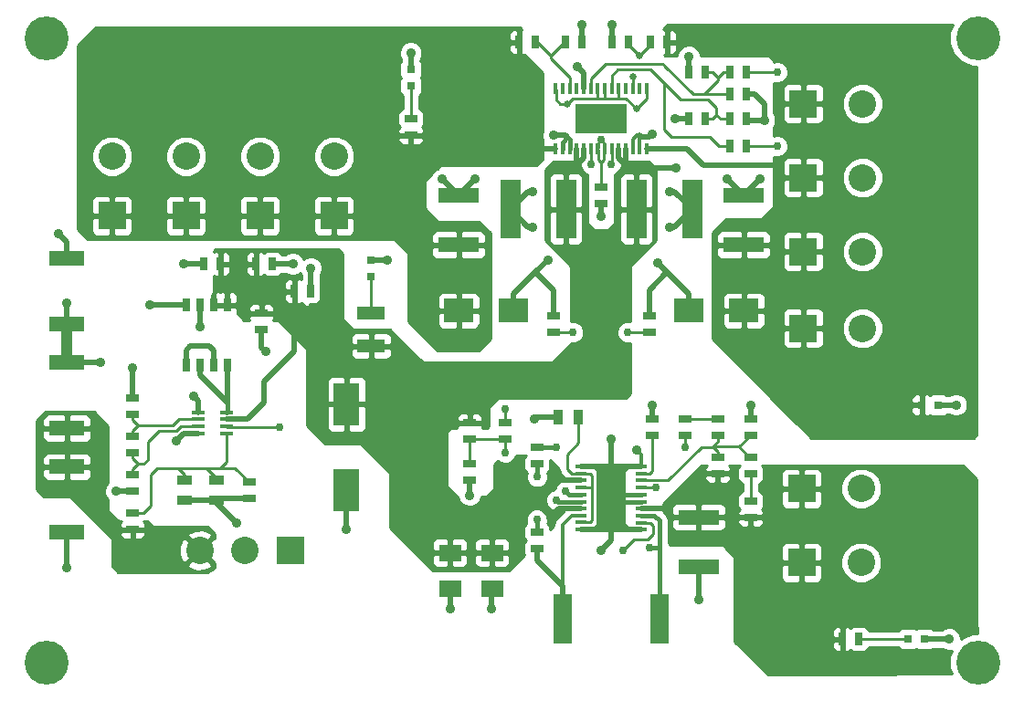
<source format=gtl>
G04 (created by PCBNEW (2013-05-31 BZR 4019)-stable) date 7/17/2013 12:30:07 AM*
%MOIN*%
G04 Gerber Fmt 3.4, Leading zero omitted, Abs format*
%FSLAX34Y34*%
G01*
G70*
G90*
G04 APERTURE LIST*
%ADD10C,0.000787402*%
%ADD11R,0.0177165X0.0413386*%
%ADD12R,0.187008X0.107874*%
%ADD13R,0.0480315X0.0177165*%
%ADD14R,0.0413386X0.0177165*%
%ADD15R,0.107874X0.194882*%
%ADD16R,0.025X0.05*%
%ADD17R,0.15X0.055*%
%ADD18R,0.1X0.05*%
%ADD19R,0.08X0.06*%
%ADD20R,0.055X0.035*%
%ADD21R,0.035X0.055*%
%ADD22R,0.045X0.025*%
%ADD23R,0.025X0.045*%
%ADD24C,0.1*%
%ADD25R,0.1X0.1*%
%ADD26R,0.0314X0.0314*%
%ADD27R,0.106299X0.0866142*%
%ADD28R,0.0708661X0.181102*%
%ADD29R,0.12874X0.0547244*%
%ADD30R,0.0945X0.1575*%
%ADD31R,0.0728X0.2165*%
%ADD32C,0.16*%
%ADD33C,0.03*%
%ADD34C,0.035*%
%ADD35C,0.026*%
%ADD36C,0.02*%
%ADD37C,0.01*%
%ADD38C,0.04*%
%ADD39C,0.014*%
%ADD40C,0.015*%
G04 APERTURE END LIST*
G54D10*
G54D11*
X80528Y-50598D03*
X80272Y-50598D03*
X80016Y-50598D03*
X79760Y-50598D03*
X81292Y-52800D03*
X81296Y-50598D03*
X81040Y-50598D03*
X80784Y-50598D03*
X79504Y-52802D03*
X79760Y-52802D03*
X80016Y-52802D03*
X80272Y-52802D03*
X80528Y-52802D03*
X80784Y-52802D03*
X79504Y-50598D03*
X81040Y-52800D03*
X81552Y-50598D03*
X79248Y-50598D03*
X79248Y-52802D03*
X81552Y-52802D03*
X81807Y-50598D03*
X78993Y-50598D03*
X78993Y-52802D03*
X81807Y-52802D03*
X82063Y-50598D03*
X78737Y-50598D03*
X78737Y-52802D03*
X82063Y-52802D03*
G54D12*
X80400Y-51700D03*
G54D13*
X66715Y-62416D03*
X66715Y-62672D03*
X66715Y-62927D03*
X66715Y-63183D03*
X65684Y-62416D03*
X65684Y-62672D03*
X65684Y-62927D03*
X65684Y-63183D03*
G54D14*
X81852Y-65678D03*
X81852Y-65422D03*
X81852Y-65166D03*
X81852Y-64910D03*
X79650Y-66442D03*
X81852Y-66446D03*
X81852Y-66190D03*
X81852Y-65934D03*
X79648Y-64654D03*
X79648Y-64910D03*
X79648Y-65166D03*
X79648Y-65422D03*
X79648Y-65678D03*
X79648Y-65934D03*
X81852Y-64654D03*
X79650Y-66190D03*
X81852Y-66702D03*
X81852Y-64398D03*
X79648Y-64398D03*
X79648Y-66702D03*
G54D15*
X80753Y-65550D03*
G54D16*
X65250Y-60700D03*
X65750Y-60700D03*
X66250Y-60700D03*
X66750Y-60700D03*
X66750Y-58500D03*
X66250Y-58500D03*
X65750Y-58500D03*
X65250Y-58500D03*
G54D17*
X85600Y-56300D03*
X85600Y-54500D03*
X75200Y-56300D03*
X75200Y-54500D03*
X83950Y-66250D03*
X83950Y-68050D03*
G54D18*
X72000Y-60000D03*
X72000Y-58800D03*
G54D19*
X76420Y-67550D03*
X76420Y-68850D03*
X74880Y-67550D03*
X74880Y-68850D03*
G54D20*
X66373Y-64888D03*
X66373Y-65638D03*
X65192Y-64888D03*
X65192Y-65638D03*
G54D21*
X79575Y-62600D03*
X78825Y-62600D03*
G54D22*
X67554Y-64963D03*
X67554Y-65563D03*
G54D23*
X89200Y-70700D03*
X89800Y-70700D03*
G54D22*
X83450Y-62650D03*
X83450Y-63250D03*
X84650Y-64650D03*
X84650Y-64050D03*
X85850Y-63250D03*
X85850Y-62650D03*
X85850Y-64650D03*
X85850Y-64050D03*
X82250Y-63250D03*
X82250Y-62650D03*
X75600Y-62800D03*
X75600Y-63400D03*
X63300Y-66700D03*
X63300Y-66100D03*
X73450Y-52300D03*
X73450Y-51700D03*
G54D23*
X85700Y-51700D03*
X85100Y-51700D03*
X77400Y-48900D03*
X78000Y-48900D03*
X82200Y-48900D03*
X82800Y-48900D03*
G54D22*
X63300Y-61900D03*
X63300Y-62500D03*
X63300Y-63300D03*
X63300Y-63900D03*
X63300Y-64700D03*
X63300Y-65300D03*
G54D23*
X79100Y-48900D03*
X79700Y-48900D03*
X81400Y-48900D03*
X80800Y-48900D03*
G54D22*
X78050Y-67400D03*
X78050Y-66800D03*
X78050Y-63700D03*
X78050Y-64300D03*
G54D23*
X69200Y-58000D03*
X69800Y-58000D03*
X67800Y-57000D03*
X68400Y-57000D03*
G54D22*
X68000Y-58800D03*
X68000Y-59400D03*
G54D23*
X66500Y-57000D03*
X65900Y-57000D03*
G54D22*
X85850Y-66250D03*
X85850Y-65650D03*
X84650Y-62650D03*
X84650Y-63250D03*
X80400Y-54200D03*
X80400Y-54800D03*
X78650Y-59500D03*
X78650Y-58900D03*
X82150Y-59500D03*
X82150Y-58900D03*
G54D24*
X65746Y-67462D03*
X67400Y-67462D03*
G54D25*
X69053Y-67462D03*
X87717Y-65200D03*
G54D24*
X89882Y-65200D03*
G54D25*
X62550Y-55232D03*
G54D24*
X62550Y-53067D03*
G54D25*
X87767Y-59350D03*
G54D24*
X89932Y-59350D03*
G54D25*
X87717Y-67900D03*
G54D24*
X89882Y-67900D03*
G54D25*
X65250Y-55232D03*
G54D24*
X65250Y-53067D03*
G54D25*
X67950Y-55232D03*
G54D24*
X67950Y-53067D03*
G54D25*
X70650Y-55232D03*
G54D24*
X70650Y-53067D03*
G54D25*
X87767Y-56550D03*
G54D24*
X89932Y-56550D03*
G54D25*
X87767Y-51150D03*
G54D24*
X89932Y-51150D03*
G54D25*
X87767Y-53850D03*
G54D24*
X89932Y-53850D03*
G54D26*
X92105Y-62150D03*
X92695Y-62150D03*
X91605Y-70700D03*
X92195Y-70700D03*
X73450Y-50495D03*
X73450Y-49905D03*
X72000Y-57445D03*
X72000Y-56855D03*
G54D27*
X75196Y-58700D03*
X77203Y-58700D03*
X83596Y-58700D03*
X85603Y-58700D03*
G54D28*
X78978Y-69950D03*
X82521Y-69950D03*
G54D29*
X60900Y-56803D03*
X60900Y-59196D03*
X60900Y-62996D03*
X60900Y-60603D03*
X60900Y-66796D03*
X60900Y-64403D03*
G54D30*
X71100Y-62125D03*
X71100Y-65275D03*
G54D31*
X81686Y-55000D03*
X83714Y-55000D03*
X79114Y-55000D03*
X77086Y-55000D03*
G54D22*
X76900Y-62800D03*
X76900Y-63400D03*
G54D23*
X85700Y-52700D03*
X85100Y-52700D03*
X85700Y-50000D03*
X85100Y-50000D03*
X85700Y-50800D03*
X85100Y-50800D03*
G54D22*
X75600Y-64300D03*
X75600Y-64900D03*
G54D23*
X84200Y-51700D03*
X83600Y-51700D03*
X84200Y-50000D03*
X83600Y-50000D03*
G54D32*
X94150Y-48750D03*
X60150Y-48750D03*
X60150Y-71550D03*
X94150Y-71550D03*
G54D33*
X68650Y-62950D03*
X76890Y-62300D03*
X86830Y-52700D03*
X86830Y-50000D03*
G54D34*
X65750Y-59301D03*
X65514Y-61827D03*
X63301Y-60781D03*
X62123Y-60603D03*
X63932Y-58500D03*
X60900Y-58440D03*
X81678Y-63780D03*
X80400Y-67450D03*
X80750Y-63400D03*
X72600Y-56850D03*
X82250Y-62150D03*
X80450Y-66250D03*
X80450Y-65500D03*
X80450Y-64750D03*
X74900Y-69600D03*
X76400Y-69600D03*
X75800Y-53900D03*
X74600Y-53900D03*
X77900Y-55650D03*
X77900Y-54350D03*
X86200Y-53900D03*
X85000Y-53900D03*
X82900Y-54350D03*
X82900Y-55650D03*
X80400Y-55275D03*
X79525Y-49800D03*
X83600Y-49425D03*
X83100Y-51700D03*
X81050Y-52000D03*
X80400Y-52000D03*
X79700Y-52000D03*
X81050Y-51400D03*
X80400Y-51400D03*
X79700Y-51400D03*
X85850Y-62150D03*
X77950Y-62650D03*
X75600Y-65450D03*
X62700Y-65300D03*
X67100Y-66450D03*
X64900Y-63450D03*
X68150Y-60200D03*
X69800Y-57150D03*
X69150Y-57000D03*
X65150Y-57000D03*
X73450Y-49300D03*
X80800Y-48250D03*
X79700Y-48250D03*
X93350Y-62150D03*
X93100Y-70700D03*
X83950Y-69250D03*
X71100Y-66700D03*
X60900Y-68100D03*
X60600Y-55900D03*
G54D33*
X79095Y-65301D03*
X78051Y-64776D03*
X83450Y-63700D03*
X82400Y-65175D03*
X81200Y-67450D03*
X76900Y-63900D03*
X78048Y-66342D03*
X78765Y-65622D03*
X78759Y-63707D03*
X82160Y-67370D03*
X81350Y-59500D03*
X80750Y-53350D03*
X80025Y-53350D03*
X79375Y-59500D03*
G54D34*
X78650Y-52300D03*
X78450Y-56850D03*
G54D35*
X81694Y-51338D03*
X79150Y-51150D03*
G54D33*
X80400Y-52450D03*
G54D34*
X82250Y-52250D03*
X82450Y-56950D03*
G54D35*
X81784Y-49384D03*
X81564Y-50148D03*
G54D34*
X86350Y-51750D03*
X83120Y-53490D03*
G54D36*
X81852Y-65934D02*
X82756Y-65934D01*
X82756Y-65934D02*
X82764Y-65942D01*
G54D37*
X66737Y-62950D02*
X68650Y-62950D01*
X66715Y-62927D02*
X66737Y-62950D01*
X76900Y-62800D02*
X76900Y-62310D01*
X76900Y-62310D02*
X76890Y-62300D01*
X85700Y-52700D02*
X86830Y-52700D01*
X86830Y-50000D02*
X85700Y-50000D01*
G54D36*
X82063Y-52802D02*
X83539Y-52802D01*
X84133Y-53396D02*
X86814Y-53396D01*
X83539Y-52802D02*
X84133Y-53396D01*
X78737Y-52802D02*
X77902Y-52802D01*
X77902Y-52802D02*
X77900Y-52800D01*
X65750Y-58500D02*
X65750Y-59301D01*
X65684Y-62416D02*
X65684Y-61997D01*
X65684Y-61997D02*
X65514Y-61827D01*
X63300Y-61900D02*
X63300Y-60782D01*
X63300Y-60782D02*
X63301Y-60781D01*
X60900Y-60603D02*
X62123Y-60603D01*
X62123Y-60603D02*
X62133Y-60594D01*
X65250Y-58500D02*
X63932Y-58500D01*
X60900Y-59196D02*
X60900Y-58440D01*
G54D38*
X60900Y-60603D02*
X60900Y-59196D01*
G54D39*
X81852Y-64398D02*
X81852Y-63954D01*
X81852Y-63954D02*
X81678Y-63780D01*
G54D36*
X80200Y-66700D02*
X80753Y-66146D01*
X80753Y-66146D02*
X80753Y-65550D01*
G54D40*
X81852Y-65678D02*
X80881Y-65678D01*
X80881Y-65678D02*
X80753Y-65550D01*
X81852Y-65422D02*
X80881Y-65422D01*
X80881Y-65422D02*
X80753Y-65550D01*
G54D36*
X80753Y-65550D02*
X80753Y-67096D01*
X80753Y-67096D02*
X80400Y-67450D01*
X80753Y-65550D02*
X80753Y-63403D01*
X80753Y-63403D02*
X80750Y-63400D01*
X72000Y-56855D02*
X72595Y-56855D01*
X72595Y-56855D02*
X72600Y-56850D01*
X82250Y-62650D02*
X82250Y-62150D01*
X80753Y-65550D02*
X80753Y-65946D01*
X80753Y-65946D02*
X80450Y-66250D01*
X80450Y-65500D02*
X80753Y-65550D01*
X80753Y-65550D02*
X80753Y-65053D01*
X80753Y-65053D02*
X80450Y-64750D01*
X74880Y-68850D02*
X74900Y-68870D01*
X74900Y-68870D02*
X74900Y-69600D01*
X76420Y-68850D02*
X76400Y-68870D01*
X76400Y-68870D02*
X76400Y-69600D01*
X75200Y-54500D02*
X75800Y-53900D01*
X75200Y-54500D02*
X74600Y-53900D01*
X77086Y-55000D02*
X77736Y-55650D01*
X77736Y-55650D02*
X77900Y-55650D01*
X77086Y-55000D02*
X77736Y-54350D01*
X77736Y-54350D02*
X77900Y-54350D01*
X85600Y-54500D02*
X86200Y-53900D01*
X85600Y-54500D02*
X85000Y-53900D01*
X83714Y-55000D02*
X83064Y-54350D01*
X83064Y-54350D02*
X82900Y-54350D01*
X83714Y-55000D02*
X83064Y-55650D01*
X83064Y-55650D02*
X82900Y-55650D01*
X80400Y-54800D02*
X80400Y-55275D01*
X79760Y-50598D02*
X79760Y-50035D01*
X79760Y-50035D02*
X79525Y-49800D01*
X83600Y-50000D02*
X83600Y-49425D01*
X83600Y-51700D02*
X83100Y-51700D01*
X81050Y-52000D02*
X80750Y-51700D01*
X80750Y-51700D02*
X80400Y-51700D01*
X80400Y-52000D02*
X80400Y-51700D01*
X79700Y-52000D02*
X80000Y-51700D01*
X80000Y-51700D02*
X80400Y-51700D01*
X80400Y-51700D02*
X80750Y-51700D01*
X80750Y-51700D02*
X81050Y-51400D01*
X80400Y-51400D02*
X80400Y-51700D01*
X80400Y-51700D02*
X80000Y-51700D01*
X80000Y-51700D02*
X79700Y-51400D01*
X85850Y-62650D02*
X85850Y-62150D01*
X78825Y-62600D02*
X78000Y-62600D01*
X78000Y-62600D02*
X77950Y-62650D01*
X75600Y-64900D02*
X75600Y-65450D01*
X63300Y-65300D02*
X62700Y-65300D01*
X66373Y-65638D02*
X66373Y-65723D01*
X66373Y-65723D02*
X67100Y-66450D01*
X65192Y-65638D02*
X66373Y-65638D01*
X66373Y-65638D02*
X66448Y-65563D01*
X66448Y-65563D02*
X67554Y-65563D01*
X65684Y-63183D02*
X65166Y-63183D01*
X65166Y-63183D02*
X64900Y-63450D01*
X68000Y-59400D02*
X68000Y-60050D01*
X68000Y-60050D02*
X68150Y-60200D01*
X69800Y-58000D02*
X69800Y-57150D01*
X68400Y-57000D02*
X69150Y-57000D01*
X65900Y-57000D02*
X65150Y-57000D01*
X73450Y-49905D02*
X73450Y-49300D01*
X80800Y-48900D02*
X80800Y-48250D01*
X79700Y-48900D02*
X79700Y-48250D01*
X92695Y-62150D02*
X93350Y-62150D01*
X92195Y-70700D02*
X93100Y-70700D01*
X83950Y-68050D02*
X83950Y-69250D01*
X71100Y-65275D02*
X71100Y-66700D01*
X60900Y-66796D02*
X60900Y-68100D01*
X60900Y-56803D02*
X60900Y-56200D01*
X60900Y-56200D02*
X60600Y-55900D01*
X81350Y-64400D02*
X80753Y-64996D01*
X80753Y-64996D02*
X80753Y-65550D01*
X80753Y-64846D02*
X80753Y-65550D01*
X81200Y-64400D02*
X80753Y-64846D01*
X81200Y-64400D02*
X81000Y-64400D01*
X80200Y-64400D02*
X80753Y-64953D01*
X80753Y-64953D02*
X80753Y-65550D01*
X81350Y-66702D02*
X80753Y-66105D01*
X80753Y-66105D02*
X80753Y-65550D01*
X81100Y-66702D02*
X80753Y-66355D01*
X80753Y-66355D02*
X80753Y-65550D01*
X80450Y-66700D02*
X80753Y-66396D01*
X80753Y-66396D02*
X80753Y-65550D01*
X81000Y-64400D02*
X80753Y-64646D01*
X80753Y-64646D02*
X80753Y-65550D01*
X80450Y-64400D02*
X80753Y-64703D01*
X80753Y-64703D02*
X80753Y-65550D01*
X81852Y-64398D02*
X81850Y-64400D01*
X81850Y-64400D02*
X81350Y-64400D01*
X81350Y-64400D02*
X81200Y-64400D01*
X81000Y-64400D02*
X80700Y-64400D01*
X80750Y-66700D02*
X80752Y-66702D01*
X80752Y-66702D02*
X81100Y-66702D01*
X81100Y-66702D02*
X81350Y-66702D01*
X81350Y-66702D02*
X81852Y-66702D01*
X79648Y-66702D02*
X79650Y-66700D01*
X80750Y-65553D02*
X80753Y-65550D01*
X80750Y-66700D02*
X80750Y-65553D01*
X79650Y-66700D02*
X80200Y-66700D01*
X80200Y-66700D02*
X80450Y-66700D01*
X80450Y-66700D02*
X80750Y-66700D01*
X79648Y-64398D02*
X79650Y-64400D01*
X80700Y-65496D02*
X80753Y-65550D01*
X80700Y-64400D02*
X80700Y-65496D01*
X79650Y-64400D02*
X80200Y-64400D01*
X80200Y-64400D02*
X80450Y-64400D01*
X80450Y-64400D02*
X80700Y-64400D01*
G54D37*
X72000Y-58800D02*
X72000Y-57445D01*
X63500Y-62900D02*
X64750Y-62900D01*
X64977Y-62672D02*
X65684Y-62672D01*
X64750Y-62900D02*
X64977Y-62672D01*
X63300Y-62500D02*
X63300Y-62700D01*
X63300Y-63100D02*
X63500Y-62900D01*
X63300Y-63100D02*
X63300Y-63300D01*
X63300Y-62700D02*
X63500Y-62900D01*
X63500Y-64300D02*
X63700Y-64300D01*
X65072Y-62927D02*
X65684Y-62927D01*
X64900Y-63100D02*
X65072Y-62927D01*
X64250Y-63100D02*
X64900Y-63100D01*
X63850Y-63500D02*
X64250Y-63100D01*
X63850Y-64150D02*
X63850Y-63500D01*
X63700Y-64300D02*
X63850Y-64150D01*
X63300Y-63900D02*
X63300Y-64100D01*
X63300Y-64500D02*
X63300Y-64700D01*
X63300Y-64500D02*
X63500Y-64300D01*
X63300Y-64100D02*
X63500Y-64300D01*
G54D40*
X66750Y-62050D02*
X66750Y-62350D01*
X66750Y-62350D02*
X66715Y-62416D01*
G54D36*
X65750Y-60700D02*
X65750Y-61050D01*
X65750Y-61050D02*
X66750Y-62050D01*
X66750Y-62050D02*
X66750Y-60700D01*
X65250Y-60700D02*
X65250Y-60150D01*
X66250Y-60150D02*
X66250Y-60700D01*
X66100Y-60000D02*
X66250Y-60150D01*
X65400Y-60000D02*
X66100Y-60000D01*
X65250Y-60150D02*
X65400Y-60000D01*
G54D37*
X79648Y-65166D02*
X80050Y-65166D01*
X79650Y-66442D02*
X79983Y-66442D01*
X79979Y-64654D02*
X79648Y-64654D01*
X80050Y-64725D02*
X79979Y-64654D01*
X80050Y-66375D02*
X80050Y-65166D01*
X80050Y-65166D02*
X80050Y-64725D01*
X79983Y-66442D02*
X80050Y-66375D01*
X79575Y-62600D02*
X79575Y-63534D01*
X79315Y-64654D02*
X79648Y-64654D01*
X79160Y-64499D02*
X79315Y-64654D01*
X79160Y-63949D02*
X79160Y-64499D01*
X79575Y-63534D02*
X79160Y-63949D01*
X85850Y-65650D02*
X85850Y-64650D01*
G54D40*
X78050Y-64300D02*
X78050Y-64775D01*
X79216Y-65422D02*
X79648Y-65422D01*
X79095Y-65301D02*
X79216Y-65422D01*
X78050Y-64775D02*
X78051Y-64776D01*
G54D37*
X89800Y-70700D02*
X91605Y-70700D01*
X81852Y-64910D02*
X82840Y-64910D01*
X84050Y-63700D02*
X84500Y-63700D01*
X82840Y-64910D02*
X84050Y-63700D01*
X84475Y-63675D02*
X84500Y-63700D01*
X84500Y-63700D02*
X84650Y-63850D01*
X84650Y-63850D02*
X84650Y-64050D01*
X84475Y-63675D02*
X84650Y-63500D01*
X84650Y-63500D02*
X84650Y-63250D01*
X85425Y-63675D02*
X85800Y-64050D01*
X85800Y-64050D02*
X85850Y-64050D01*
X85425Y-63675D02*
X85850Y-63250D01*
X84475Y-63675D02*
X85425Y-63675D01*
X81852Y-65166D02*
X81861Y-65175D01*
X83450Y-63700D02*
X83450Y-63250D01*
X81861Y-65175D02*
X82400Y-65175D01*
X83450Y-62650D02*
X84650Y-62650D01*
X81852Y-64654D02*
X82171Y-64654D01*
X82250Y-64575D02*
X82250Y-63250D01*
X82171Y-64654D02*
X82250Y-64575D01*
X76900Y-63400D02*
X76900Y-63900D01*
X82100Y-67050D02*
X82300Y-66850D01*
X81600Y-67050D02*
X82100Y-67050D01*
X81200Y-67450D02*
X81600Y-67050D01*
X82300Y-66850D02*
X82300Y-66550D01*
X81856Y-66450D02*
X81852Y-66446D01*
X82200Y-66450D02*
X81856Y-66450D01*
X82300Y-66550D02*
X82200Y-66450D01*
X75600Y-64300D02*
X75600Y-63400D01*
X75600Y-63400D02*
X76900Y-63400D01*
G54D39*
X79650Y-66190D02*
X79310Y-66190D01*
X78978Y-66521D02*
X78978Y-68758D01*
X79310Y-66190D02*
X78978Y-66521D01*
G54D36*
X78050Y-67400D02*
X78050Y-67830D01*
X78050Y-67830D02*
X78978Y-68758D01*
X78978Y-68758D02*
X78978Y-69950D01*
G54D40*
X79648Y-65678D02*
X78821Y-65678D01*
X78050Y-66344D02*
X78050Y-66800D01*
X78048Y-66342D02*
X78050Y-66344D01*
X78821Y-65678D02*
X78765Y-65622D01*
X78050Y-63700D02*
X78752Y-63700D01*
X78752Y-63700D02*
X78759Y-63707D01*
X82170Y-67360D02*
X82521Y-67360D01*
X82160Y-67370D02*
X82170Y-67360D01*
X82521Y-69950D02*
X82521Y-67360D01*
X82521Y-67360D02*
X82521Y-66371D01*
X82340Y-66190D02*
X81852Y-66190D01*
X82521Y-66371D02*
X82340Y-66190D01*
G54D37*
X80784Y-52802D02*
X80784Y-53316D01*
X81350Y-59500D02*
X82150Y-59500D01*
X80784Y-53316D02*
X80750Y-53350D01*
X78650Y-59500D02*
X79375Y-59500D01*
X80025Y-52811D02*
X80016Y-52802D01*
X80025Y-53350D02*
X80025Y-52811D01*
G54D40*
X79248Y-52802D02*
X79248Y-52448D01*
X79248Y-52448D02*
X79175Y-52375D01*
X78993Y-52802D02*
X78993Y-52557D01*
X78993Y-52557D02*
X79175Y-52375D01*
G54D36*
X78000Y-57300D02*
X78450Y-56850D01*
X79100Y-52300D02*
X79175Y-52375D01*
X78650Y-52300D02*
X78993Y-52300D01*
X78993Y-52300D02*
X79100Y-52300D01*
X77203Y-58700D02*
X77203Y-58096D01*
X78650Y-57950D02*
X78000Y-57300D01*
X78650Y-57950D02*
X78650Y-58900D01*
X77203Y-58096D02*
X78000Y-57300D01*
G54D37*
X81040Y-50598D02*
X81025Y-50613D01*
X81025Y-50613D02*
X81025Y-50950D01*
X80528Y-50598D02*
X80525Y-50601D01*
X80525Y-50601D02*
X80525Y-50950D01*
X80272Y-50598D02*
X80250Y-50620D01*
X80250Y-50620D02*
X80250Y-50950D01*
X79150Y-51150D02*
X79350Y-50950D01*
X81306Y-50950D02*
X81694Y-51338D01*
X79350Y-50950D02*
X80250Y-50950D01*
X80250Y-50950D02*
X80525Y-50950D01*
X80525Y-50950D02*
X81025Y-50950D01*
X81025Y-50950D02*
X81306Y-50950D01*
X82063Y-50969D02*
X82063Y-50598D01*
X81694Y-51338D02*
X82063Y-50969D01*
X78737Y-50598D02*
X78750Y-50611D01*
X78750Y-51000D02*
X78750Y-50611D01*
X78900Y-51150D02*
X78750Y-51000D01*
X78900Y-51150D02*
X79150Y-51150D01*
X80528Y-52802D02*
X80500Y-52774D01*
X80300Y-52774D02*
X80300Y-52550D01*
X80300Y-52550D02*
X80400Y-52450D01*
X80300Y-52774D02*
X80272Y-52802D01*
X80500Y-52550D02*
X80400Y-52450D01*
X80500Y-52774D02*
X80500Y-52550D01*
X80400Y-53300D02*
X80500Y-53200D01*
X80500Y-52830D02*
X80528Y-52802D01*
X80500Y-53200D02*
X80500Y-52830D01*
X80400Y-54200D02*
X80400Y-53300D01*
X80300Y-52830D02*
X80272Y-52802D01*
X80400Y-53300D02*
X80300Y-53200D01*
X80300Y-53200D02*
X80300Y-52830D01*
X85100Y-52700D02*
X84700Y-52700D01*
X82700Y-52100D02*
X82700Y-50400D01*
X82950Y-52350D02*
X82700Y-52100D01*
X84350Y-52350D02*
X82950Y-52350D01*
X84700Y-52700D02*
X84350Y-52350D01*
X84600Y-51550D02*
X84600Y-51300D01*
X83300Y-51000D02*
X83150Y-50850D01*
X84300Y-51000D02*
X83300Y-51000D01*
X84600Y-51300D02*
X84300Y-51000D01*
X80784Y-50116D02*
X80784Y-50598D01*
X83150Y-50850D02*
X82700Y-50400D01*
X82700Y-50400D02*
X82200Y-49900D01*
X82200Y-49900D02*
X81000Y-49900D01*
X81000Y-49900D02*
X80784Y-50116D01*
X85100Y-51700D02*
X84750Y-51700D01*
X84450Y-51700D02*
X84600Y-51550D01*
X84450Y-51700D02*
X84200Y-51700D01*
X84750Y-51700D02*
X84600Y-51550D01*
X85100Y-50800D02*
X83750Y-50800D01*
X83750Y-50800D02*
X82700Y-49750D01*
X80016Y-50234D02*
X80016Y-50598D01*
X80550Y-49700D02*
X80016Y-50234D01*
X82650Y-49700D02*
X80550Y-49700D01*
X82700Y-49750D02*
X82650Y-49700D01*
X84150Y-50800D02*
X83750Y-50800D01*
X84650Y-50200D02*
X84650Y-50300D01*
X84650Y-50300D02*
X84150Y-50800D01*
X85100Y-50800D02*
X84150Y-50800D01*
X85100Y-50000D02*
X84850Y-50000D01*
X84450Y-50000D02*
X84650Y-50200D01*
X84450Y-50000D02*
X84200Y-50000D01*
X84850Y-50000D02*
X84650Y-50200D01*
X73450Y-51700D02*
X73450Y-50495D01*
G54D36*
X82796Y-57304D02*
X82796Y-57296D01*
X81849Y-52350D02*
X81807Y-52308D01*
X82150Y-52350D02*
X81849Y-52350D01*
X82250Y-52250D02*
X82150Y-52350D01*
X82796Y-57296D02*
X82450Y-56950D01*
G54D39*
X81807Y-52308D02*
X81699Y-52308D01*
X81699Y-52308D02*
X81552Y-52455D01*
X81552Y-52455D02*
X81552Y-52802D01*
X81807Y-52802D02*
X81807Y-52308D01*
G54D36*
X83596Y-58700D02*
X83596Y-58096D01*
X82150Y-57950D02*
X82796Y-57304D01*
X82796Y-57304D02*
X82800Y-57300D01*
X82150Y-57950D02*
X82150Y-58900D01*
X83596Y-58096D02*
X82800Y-57300D01*
G54D37*
X81552Y-50598D02*
X81552Y-50160D01*
X81564Y-50148D02*
X81552Y-50160D01*
X82200Y-48900D02*
X82200Y-49000D01*
X81400Y-49000D02*
X81784Y-49384D01*
X81784Y-49384D02*
X81800Y-49400D01*
X81400Y-49000D02*
X81400Y-48900D01*
X82200Y-49000D02*
X81800Y-49400D01*
X78550Y-49400D02*
X78550Y-49500D01*
X79248Y-50198D02*
X79248Y-50598D01*
X78550Y-49500D02*
X79248Y-50198D01*
X79100Y-48900D02*
X79050Y-48900D01*
X78050Y-48900D02*
X78550Y-49400D01*
X78050Y-48900D02*
X78000Y-48900D01*
X79050Y-48900D02*
X78550Y-49400D01*
X63680Y-66100D02*
X63700Y-66100D01*
X63700Y-66100D02*
X63960Y-65840D01*
X64190Y-64450D02*
X64600Y-64450D01*
X63960Y-64680D02*
X64190Y-64450D01*
X63960Y-65840D02*
X63960Y-64680D01*
X66400Y-64450D02*
X66500Y-64450D01*
X66715Y-64234D02*
X66715Y-63183D01*
X66500Y-64450D02*
X66715Y-64234D01*
X65192Y-64888D02*
X65192Y-64692D01*
X65192Y-64692D02*
X64950Y-64450D01*
X66373Y-64888D02*
X66373Y-64823D01*
X66373Y-64823D02*
X66000Y-64450D01*
X63300Y-66100D02*
X63680Y-66100D01*
X67040Y-64450D02*
X67554Y-64963D01*
X64600Y-64450D02*
X64950Y-64450D01*
X64950Y-64450D02*
X66000Y-64450D01*
X66000Y-64450D02*
X66400Y-64450D01*
X66400Y-64450D02*
X67040Y-64450D01*
G54D36*
X79648Y-65934D02*
X78866Y-65934D01*
X78866Y-65934D02*
X78500Y-66300D01*
X66715Y-62672D02*
X67477Y-62672D01*
X69200Y-60200D02*
X69200Y-59550D01*
X68100Y-61300D02*
X69200Y-60200D01*
X68100Y-62050D02*
X68100Y-61300D01*
X67477Y-62672D02*
X68100Y-62050D01*
X79648Y-64910D02*
X78910Y-64910D01*
X78910Y-64910D02*
X78700Y-64700D01*
X81040Y-52800D02*
X81040Y-53140D01*
X81040Y-53140D02*
X81292Y-53392D01*
X79760Y-52802D02*
X79760Y-53140D01*
X79760Y-53140D02*
X79504Y-53396D01*
X82140Y-53500D02*
X83110Y-53500D01*
X83110Y-53500D02*
X83120Y-53490D01*
X86350Y-51750D02*
X85750Y-51750D01*
X85750Y-51750D02*
X85700Y-51700D01*
X86000Y-50800D02*
X85700Y-50800D01*
X86350Y-51750D02*
X86350Y-51150D01*
X86350Y-51150D02*
X86000Y-50800D01*
X79504Y-52802D02*
X79504Y-53396D01*
X79504Y-53396D02*
X79500Y-53400D01*
X81292Y-52800D02*
X81292Y-53392D01*
X81292Y-53392D02*
X81300Y-53400D01*
G54D10*
G36*
X66300Y-68079D02*
X66268Y-68110D01*
X66206Y-68147D01*
X66206Y-67993D01*
X65746Y-67533D01*
X65675Y-67604D01*
X65675Y-67462D01*
X65215Y-67003D01*
X65099Y-67054D01*
X64992Y-67333D01*
X65000Y-67631D01*
X65099Y-67871D01*
X65215Y-67922D01*
X65675Y-67462D01*
X65675Y-67604D01*
X65286Y-67993D01*
X65338Y-68109D01*
X65616Y-68216D01*
X65915Y-68208D01*
X66154Y-68109D01*
X66206Y-67993D01*
X66206Y-68147D01*
X66036Y-68250D01*
X63775Y-68250D01*
X63775Y-66874D01*
X63775Y-66812D01*
X63712Y-66750D01*
X63350Y-66750D01*
X63350Y-67012D01*
X63412Y-67075D01*
X63475Y-67075D01*
X63574Y-67074D01*
X63666Y-67036D01*
X63737Y-66966D01*
X63775Y-66874D01*
X63775Y-68250D01*
X63250Y-68250D01*
X63250Y-67012D01*
X63250Y-66750D01*
X62887Y-66750D01*
X62825Y-66812D01*
X62824Y-66874D01*
X62862Y-66966D01*
X62933Y-67036D01*
X63025Y-67074D01*
X63124Y-67075D01*
X63187Y-67075D01*
X63250Y-67012D01*
X63250Y-68250D01*
X62770Y-68250D01*
X62550Y-68029D01*
X62550Y-67029D01*
X61793Y-66273D01*
X61793Y-64726D01*
X61793Y-64080D01*
X61793Y-63319D01*
X61793Y-62673D01*
X61755Y-62581D01*
X61685Y-62511D01*
X61593Y-62473D01*
X61494Y-62473D01*
X61012Y-62473D01*
X60950Y-62535D01*
X60950Y-62946D01*
X61731Y-62946D01*
X61793Y-62884D01*
X61793Y-62673D01*
X61793Y-63319D01*
X61793Y-63109D01*
X61731Y-63046D01*
X60950Y-63046D01*
X60950Y-63457D01*
X61012Y-63520D01*
X61494Y-63520D01*
X61593Y-63520D01*
X61685Y-63482D01*
X61755Y-63411D01*
X61793Y-63319D01*
X61793Y-64080D01*
X61755Y-63988D01*
X61685Y-63917D01*
X61593Y-63879D01*
X61494Y-63879D01*
X61012Y-63879D01*
X60950Y-63942D01*
X60950Y-64353D01*
X61731Y-64353D01*
X61793Y-64290D01*
X61793Y-64080D01*
X61793Y-64726D01*
X61793Y-64515D01*
X61731Y-64453D01*
X60950Y-64453D01*
X60950Y-64864D01*
X61012Y-64926D01*
X61494Y-64926D01*
X61593Y-64926D01*
X61685Y-64888D01*
X61755Y-64818D01*
X61793Y-64726D01*
X61793Y-66273D01*
X61020Y-65500D01*
X60850Y-65500D01*
X60850Y-64864D01*
X60850Y-64453D01*
X60850Y-64353D01*
X60850Y-63942D01*
X60850Y-63457D01*
X60850Y-63046D01*
X60850Y-62946D01*
X60850Y-62535D01*
X60787Y-62473D01*
X60305Y-62473D01*
X60206Y-62473D01*
X60114Y-62511D01*
X60044Y-62581D01*
X60006Y-62673D01*
X60006Y-62884D01*
X60068Y-62946D01*
X60850Y-62946D01*
X60850Y-63046D01*
X60068Y-63046D01*
X60006Y-63109D01*
X60006Y-63319D01*
X60044Y-63411D01*
X60114Y-63482D01*
X60206Y-63520D01*
X60305Y-63520D01*
X60787Y-63520D01*
X60850Y-63457D01*
X60850Y-63942D01*
X60787Y-63879D01*
X60305Y-63879D01*
X60206Y-63879D01*
X60114Y-63917D01*
X60044Y-63988D01*
X60006Y-64080D01*
X60006Y-64290D01*
X60068Y-64353D01*
X60850Y-64353D01*
X60850Y-64453D01*
X60068Y-64453D01*
X60006Y-64515D01*
X60006Y-64726D01*
X60044Y-64818D01*
X60114Y-64888D01*
X60206Y-64926D01*
X60305Y-64926D01*
X60787Y-64926D01*
X60850Y-64864D01*
X60850Y-65500D01*
X60070Y-65500D01*
X59800Y-65229D01*
X59800Y-62720D01*
X60120Y-62400D01*
X61879Y-62400D01*
X62400Y-62920D01*
X62400Y-64998D01*
X62339Y-65058D01*
X62275Y-65215D01*
X62274Y-65384D01*
X62339Y-65540D01*
X62400Y-65601D01*
X62400Y-66020D01*
X62779Y-66400D01*
X62896Y-66400D01*
X62862Y-66433D01*
X62824Y-66525D01*
X62825Y-66587D01*
X62887Y-66650D01*
X63250Y-66650D01*
X63250Y-66642D01*
X63350Y-66642D01*
X63350Y-66650D01*
X63712Y-66650D01*
X63775Y-66587D01*
X63775Y-66525D01*
X63737Y-66433D01*
X63703Y-66400D01*
X63703Y-66400D01*
X63829Y-66400D01*
X64029Y-66600D01*
X66000Y-66600D01*
X66029Y-66600D01*
X66264Y-66835D01*
X66300Y-66870D01*
X66300Y-67013D01*
X66277Y-67003D01*
X66206Y-67073D01*
X66206Y-66932D01*
X66154Y-66816D01*
X65875Y-66709D01*
X65577Y-66717D01*
X65338Y-66816D01*
X65286Y-66932D01*
X65746Y-67392D01*
X66206Y-66932D01*
X66206Y-67073D01*
X65817Y-67462D01*
X66277Y-67922D01*
X66300Y-67912D01*
X66300Y-68079D01*
X66300Y-68079D01*
G37*
G54D37*
X66300Y-68079D02*
X66268Y-68110D01*
X66206Y-68147D01*
X66206Y-67993D01*
X65746Y-67533D01*
X65675Y-67604D01*
X65675Y-67462D01*
X65215Y-67003D01*
X65099Y-67054D01*
X64992Y-67333D01*
X65000Y-67631D01*
X65099Y-67871D01*
X65215Y-67922D01*
X65675Y-67462D01*
X65675Y-67604D01*
X65286Y-67993D01*
X65338Y-68109D01*
X65616Y-68216D01*
X65915Y-68208D01*
X66154Y-68109D01*
X66206Y-67993D01*
X66206Y-68147D01*
X66036Y-68250D01*
X63775Y-68250D01*
X63775Y-66874D01*
X63775Y-66812D01*
X63712Y-66750D01*
X63350Y-66750D01*
X63350Y-67012D01*
X63412Y-67075D01*
X63475Y-67075D01*
X63574Y-67074D01*
X63666Y-67036D01*
X63737Y-66966D01*
X63775Y-66874D01*
X63775Y-68250D01*
X63250Y-68250D01*
X63250Y-67012D01*
X63250Y-66750D01*
X62887Y-66750D01*
X62825Y-66812D01*
X62824Y-66874D01*
X62862Y-66966D01*
X62933Y-67036D01*
X63025Y-67074D01*
X63124Y-67075D01*
X63187Y-67075D01*
X63250Y-67012D01*
X63250Y-68250D01*
X62770Y-68250D01*
X62550Y-68029D01*
X62550Y-67029D01*
X61793Y-66273D01*
X61793Y-64726D01*
X61793Y-64080D01*
X61793Y-63319D01*
X61793Y-62673D01*
X61755Y-62581D01*
X61685Y-62511D01*
X61593Y-62473D01*
X61494Y-62473D01*
X61012Y-62473D01*
X60950Y-62535D01*
X60950Y-62946D01*
X61731Y-62946D01*
X61793Y-62884D01*
X61793Y-62673D01*
X61793Y-63319D01*
X61793Y-63109D01*
X61731Y-63046D01*
X60950Y-63046D01*
X60950Y-63457D01*
X61012Y-63520D01*
X61494Y-63520D01*
X61593Y-63520D01*
X61685Y-63482D01*
X61755Y-63411D01*
X61793Y-63319D01*
X61793Y-64080D01*
X61755Y-63988D01*
X61685Y-63917D01*
X61593Y-63879D01*
X61494Y-63879D01*
X61012Y-63879D01*
X60950Y-63942D01*
X60950Y-64353D01*
X61731Y-64353D01*
X61793Y-64290D01*
X61793Y-64080D01*
X61793Y-64726D01*
X61793Y-64515D01*
X61731Y-64453D01*
X60950Y-64453D01*
X60950Y-64864D01*
X61012Y-64926D01*
X61494Y-64926D01*
X61593Y-64926D01*
X61685Y-64888D01*
X61755Y-64818D01*
X61793Y-64726D01*
X61793Y-66273D01*
X61020Y-65500D01*
X60850Y-65500D01*
X60850Y-64864D01*
X60850Y-64453D01*
X60850Y-64353D01*
X60850Y-63942D01*
X60850Y-63457D01*
X60850Y-63046D01*
X60850Y-62946D01*
X60850Y-62535D01*
X60787Y-62473D01*
X60305Y-62473D01*
X60206Y-62473D01*
X60114Y-62511D01*
X60044Y-62581D01*
X60006Y-62673D01*
X60006Y-62884D01*
X60068Y-62946D01*
X60850Y-62946D01*
X60850Y-63046D01*
X60068Y-63046D01*
X60006Y-63109D01*
X60006Y-63319D01*
X60044Y-63411D01*
X60114Y-63482D01*
X60206Y-63520D01*
X60305Y-63520D01*
X60787Y-63520D01*
X60850Y-63457D01*
X60850Y-63942D01*
X60787Y-63879D01*
X60305Y-63879D01*
X60206Y-63879D01*
X60114Y-63917D01*
X60044Y-63988D01*
X60006Y-64080D01*
X60006Y-64290D01*
X60068Y-64353D01*
X60850Y-64353D01*
X60850Y-64453D01*
X60068Y-64453D01*
X60006Y-64515D01*
X60006Y-64726D01*
X60044Y-64818D01*
X60114Y-64888D01*
X60206Y-64926D01*
X60305Y-64926D01*
X60787Y-64926D01*
X60850Y-64864D01*
X60850Y-65500D01*
X60070Y-65500D01*
X59800Y-65229D01*
X59800Y-62720D01*
X60120Y-62400D01*
X61879Y-62400D01*
X62400Y-62920D01*
X62400Y-64998D01*
X62339Y-65058D01*
X62275Y-65215D01*
X62274Y-65384D01*
X62339Y-65540D01*
X62400Y-65601D01*
X62400Y-66020D01*
X62779Y-66400D01*
X62896Y-66400D01*
X62862Y-66433D01*
X62824Y-66525D01*
X62825Y-66587D01*
X62887Y-66650D01*
X63250Y-66650D01*
X63250Y-66642D01*
X63350Y-66642D01*
X63350Y-66650D01*
X63712Y-66650D01*
X63775Y-66587D01*
X63775Y-66525D01*
X63737Y-66433D01*
X63703Y-66400D01*
X63703Y-66400D01*
X63829Y-66400D01*
X64029Y-66600D01*
X66000Y-66600D01*
X66029Y-66600D01*
X66264Y-66835D01*
X66300Y-66870D01*
X66300Y-67013D01*
X66277Y-67003D01*
X66206Y-67073D01*
X66206Y-66932D01*
X66154Y-66816D01*
X65875Y-66709D01*
X65577Y-66717D01*
X65338Y-66816D01*
X65286Y-66932D01*
X65746Y-67392D01*
X66206Y-66932D01*
X66206Y-67073D01*
X65817Y-67462D01*
X66277Y-67922D01*
X66300Y-67912D01*
X66300Y-68079D01*
G54D10*
G36*
X78250Y-53179D02*
X78029Y-53400D01*
X77350Y-53400D01*
X77350Y-49312D01*
X77350Y-48950D01*
X77350Y-48850D01*
X77350Y-48487D01*
X77287Y-48425D01*
X77225Y-48424D01*
X77133Y-48462D01*
X77063Y-48533D01*
X77025Y-48625D01*
X77024Y-48724D01*
X77025Y-48787D01*
X77087Y-48850D01*
X77350Y-48850D01*
X77350Y-48950D01*
X77087Y-48950D01*
X77025Y-49012D01*
X77024Y-49075D01*
X77025Y-49174D01*
X77063Y-49266D01*
X77133Y-49337D01*
X77225Y-49375D01*
X77287Y-49375D01*
X77350Y-49312D01*
X77350Y-53400D01*
X74529Y-53400D01*
X74411Y-53518D01*
X74359Y-53539D01*
X74239Y-53658D01*
X74218Y-53710D01*
X74064Y-53864D01*
X73950Y-53979D01*
X73950Y-54970D01*
X74429Y-55450D01*
X75929Y-55450D01*
X76350Y-55870D01*
X76350Y-59729D01*
X76200Y-59879D01*
X76200Y-56624D01*
X76200Y-55975D01*
X76162Y-55883D01*
X76091Y-55813D01*
X75999Y-55775D01*
X75900Y-55774D01*
X75312Y-55775D01*
X75250Y-55837D01*
X75250Y-56250D01*
X76137Y-56250D01*
X76200Y-56187D01*
X76200Y-55975D01*
X76200Y-56624D01*
X76200Y-56412D01*
X76137Y-56350D01*
X75250Y-56350D01*
X75250Y-56762D01*
X75312Y-56825D01*
X75900Y-56825D01*
X75999Y-56824D01*
X76091Y-56786D01*
X76162Y-56716D01*
X76200Y-56624D01*
X76200Y-59879D01*
X75977Y-60101D01*
X75977Y-59083D01*
X75977Y-58316D01*
X75977Y-58216D01*
X75939Y-58125D01*
X75868Y-58054D01*
X75777Y-58016D01*
X75308Y-58016D01*
X75246Y-58079D01*
X75246Y-58650D01*
X75915Y-58650D01*
X75977Y-58587D01*
X75977Y-58316D01*
X75977Y-59083D01*
X75977Y-58812D01*
X75915Y-58750D01*
X75246Y-58750D01*
X75246Y-59320D01*
X75308Y-59383D01*
X75777Y-59383D01*
X75868Y-59345D01*
X75939Y-59274D01*
X75977Y-59183D01*
X75977Y-59083D01*
X75977Y-60101D01*
X75929Y-60150D01*
X75150Y-60150D01*
X75150Y-56762D01*
X75150Y-56350D01*
X75150Y-56250D01*
X75150Y-55837D01*
X75087Y-55775D01*
X74499Y-55774D01*
X74400Y-55775D01*
X74308Y-55813D01*
X74237Y-55883D01*
X74199Y-55975D01*
X74200Y-56187D01*
X74262Y-56250D01*
X75150Y-56250D01*
X75150Y-56350D01*
X74262Y-56350D01*
X74200Y-56412D01*
X74199Y-56624D01*
X74237Y-56716D01*
X74308Y-56786D01*
X74400Y-56824D01*
X74499Y-56825D01*
X75087Y-56825D01*
X75150Y-56762D01*
X75150Y-60150D01*
X75146Y-60150D01*
X75146Y-59320D01*
X75146Y-58750D01*
X75146Y-58650D01*
X75146Y-58079D01*
X75083Y-58016D01*
X74615Y-58016D01*
X74523Y-58054D01*
X74452Y-58125D01*
X74414Y-58216D01*
X74414Y-58316D01*
X74414Y-58587D01*
X74477Y-58650D01*
X75146Y-58650D01*
X75146Y-58750D01*
X74477Y-58750D01*
X74414Y-58812D01*
X74414Y-59083D01*
X74414Y-59183D01*
X74452Y-59274D01*
X74523Y-59345D01*
X74615Y-59383D01*
X75083Y-59383D01*
X75146Y-59320D01*
X75146Y-60150D01*
X74420Y-60150D01*
X73925Y-59654D01*
X73925Y-52474D01*
X73925Y-52125D01*
X73887Y-52033D01*
X73853Y-52000D01*
X73886Y-51966D01*
X73924Y-51874D01*
X73925Y-51775D01*
X73925Y-51525D01*
X73887Y-51433D01*
X73816Y-51363D01*
X73750Y-51335D01*
X73750Y-50862D01*
X73818Y-50793D01*
X73856Y-50701D01*
X73857Y-50602D01*
X73857Y-50288D01*
X73820Y-50199D01*
X73856Y-50111D01*
X73857Y-50012D01*
X73857Y-49698D01*
X73819Y-49606D01*
X73800Y-49587D01*
X73800Y-49551D01*
X73810Y-49541D01*
X73874Y-49384D01*
X73875Y-49215D01*
X73810Y-49059D01*
X73691Y-48939D01*
X73534Y-48875D01*
X73365Y-48874D01*
X73209Y-48939D01*
X73089Y-49058D01*
X73025Y-49215D01*
X73024Y-49384D01*
X73089Y-49540D01*
X73100Y-49550D01*
X73100Y-49587D01*
X73081Y-49606D01*
X73043Y-49698D01*
X73042Y-49797D01*
X73042Y-50111D01*
X73079Y-50200D01*
X73043Y-50288D01*
X73042Y-50387D01*
X73042Y-50701D01*
X73080Y-50793D01*
X73150Y-50862D01*
X73150Y-51335D01*
X73083Y-51362D01*
X73013Y-51433D01*
X72975Y-51525D01*
X72974Y-51624D01*
X72974Y-51874D01*
X73012Y-51966D01*
X73046Y-52000D01*
X73012Y-52033D01*
X72974Y-52125D01*
X72975Y-52187D01*
X73037Y-52250D01*
X73400Y-52250D01*
X73400Y-52242D01*
X73500Y-52242D01*
X73500Y-52250D01*
X73862Y-52250D01*
X73925Y-52187D01*
X73925Y-52125D01*
X73925Y-52474D01*
X73925Y-52412D01*
X73862Y-52350D01*
X73500Y-52350D01*
X73500Y-52612D01*
X73562Y-52675D01*
X73625Y-52675D01*
X73724Y-52674D01*
X73816Y-52636D01*
X73887Y-52566D01*
X73925Y-52474D01*
X73925Y-59654D01*
X73400Y-59129D01*
X73400Y-52612D01*
X73400Y-52350D01*
X73037Y-52350D01*
X72975Y-52412D01*
X72974Y-52474D01*
X73012Y-52566D01*
X73083Y-52636D01*
X73175Y-52674D01*
X73274Y-52675D01*
X73337Y-52675D01*
X73400Y-52612D01*
X73400Y-59129D01*
X73350Y-59079D01*
X73350Y-56579D01*
X72870Y-56100D01*
X71400Y-56100D01*
X71400Y-52918D01*
X71286Y-52643D01*
X71075Y-52431D01*
X70799Y-52317D01*
X70501Y-52317D01*
X70225Y-52431D01*
X70014Y-52641D01*
X69900Y-52917D01*
X69899Y-53215D01*
X70013Y-53491D01*
X70224Y-53702D01*
X70500Y-53817D01*
X70798Y-53817D01*
X71074Y-53703D01*
X71285Y-53492D01*
X71399Y-53217D01*
X71400Y-52918D01*
X71400Y-56100D01*
X71400Y-56100D01*
X71400Y-55683D01*
X71400Y-54782D01*
X71399Y-54682D01*
X71361Y-54590D01*
X71291Y-54520D01*
X71199Y-54482D01*
X70762Y-54482D01*
X70700Y-54545D01*
X70700Y-55182D01*
X71337Y-55182D01*
X71400Y-55120D01*
X71400Y-54782D01*
X71400Y-55683D01*
X71400Y-55345D01*
X71337Y-55282D01*
X70700Y-55282D01*
X70700Y-55920D01*
X70762Y-55982D01*
X71199Y-55982D01*
X71291Y-55944D01*
X71361Y-55874D01*
X71399Y-55782D01*
X71400Y-55683D01*
X71400Y-56100D01*
X70600Y-56100D01*
X70600Y-55920D01*
X70600Y-55282D01*
X70600Y-55182D01*
X70600Y-54545D01*
X70537Y-54482D01*
X70100Y-54482D01*
X70008Y-54520D01*
X69938Y-54590D01*
X69900Y-54682D01*
X69899Y-54782D01*
X69900Y-55120D01*
X69962Y-55182D01*
X70600Y-55182D01*
X70600Y-55282D01*
X69962Y-55282D01*
X69900Y-55345D01*
X69899Y-55683D01*
X69900Y-55782D01*
X69938Y-55874D01*
X70008Y-55944D01*
X70100Y-55982D01*
X70537Y-55982D01*
X70600Y-55920D01*
X70600Y-56100D01*
X68700Y-56100D01*
X68700Y-52918D01*
X68586Y-52643D01*
X68375Y-52431D01*
X68099Y-52317D01*
X67801Y-52317D01*
X67525Y-52431D01*
X67314Y-52641D01*
X67200Y-52917D01*
X67199Y-53215D01*
X67313Y-53491D01*
X67524Y-53702D01*
X67800Y-53817D01*
X68098Y-53817D01*
X68374Y-53703D01*
X68585Y-53492D01*
X68699Y-53217D01*
X68700Y-52918D01*
X68700Y-56100D01*
X68700Y-56100D01*
X68700Y-55683D01*
X68700Y-54782D01*
X68699Y-54682D01*
X68661Y-54590D01*
X68591Y-54520D01*
X68499Y-54482D01*
X68062Y-54482D01*
X68000Y-54545D01*
X68000Y-55182D01*
X68637Y-55182D01*
X68700Y-55120D01*
X68700Y-54782D01*
X68700Y-55683D01*
X68700Y-55345D01*
X68637Y-55282D01*
X68000Y-55282D01*
X68000Y-55920D01*
X68062Y-55982D01*
X68499Y-55982D01*
X68591Y-55944D01*
X68661Y-55874D01*
X68699Y-55782D01*
X68700Y-55683D01*
X68700Y-56100D01*
X67900Y-56100D01*
X67900Y-55920D01*
X67900Y-55282D01*
X67900Y-55182D01*
X67900Y-54545D01*
X67837Y-54482D01*
X67400Y-54482D01*
X67308Y-54520D01*
X67238Y-54590D01*
X67200Y-54682D01*
X67199Y-54782D01*
X67200Y-55120D01*
X67262Y-55182D01*
X67900Y-55182D01*
X67900Y-55282D01*
X67262Y-55282D01*
X67200Y-55345D01*
X67199Y-55683D01*
X67200Y-55782D01*
X67238Y-55874D01*
X67308Y-55944D01*
X67400Y-55982D01*
X67837Y-55982D01*
X67900Y-55920D01*
X67900Y-56100D01*
X66000Y-56100D01*
X66000Y-52918D01*
X65886Y-52643D01*
X65675Y-52431D01*
X65399Y-52317D01*
X65101Y-52317D01*
X64825Y-52431D01*
X64614Y-52641D01*
X64500Y-52917D01*
X64499Y-53215D01*
X64613Y-53491D01*
X64824Y-53702D01*
X65100Y-53817D01*
X65398Y-53817D01*
X65674Y-53703D01*
X65885Y-53492D01*
X65999Y-53217D01*
X66000Y-52918D01*
X66000Y-56100D01*
X66000Y-56100D01*
X66000Y-55683D01*
X66000Y-54782D01*
X65999Y-54682D01*
X65961Y-54590D01*
X65891Y-54520D01*
X65799Y-54482D01*
X65362Y-54482D01*
X65300Y-54545D01*
X65300Y-55182D01*
X65937Y-55182D01*
X66000Y-55120D01*
X66000Y-54782D01*
X66000Y-55683D01*
X66000Y-55345D01*
X65937Y-55282D01*
X65300Y-55282D01*
X65300Y-55920D01*
X65362Y-55982D01*
X65799Y-55982D01*
X65891Y-55944D01*
X65961Y-55874D01*
X65999Y-55782D01*
X66000Y-55683D01*
X66000Y-56100D01*
X65200Y-56100D01*
X65200Y-55920D01*
X65200Y-55282D01*
X65200Y-55182D01*
X65200Y-54545D01*
X65137Y-54482D01*
X64700Y-54482D01*
X64608Y-54520D01*
X64538Y-54590D01*
X64500Y-54682D01*
X64499Y-54782D01*
X64500Y-55120D01*
X64562Y-55182D01*
X65200Y-55182D01*
X65200Y-55282D01*
X64562Y-55282D01*
X64500Y-55345D01*
X64499Y-55683D01*
X64500Y-55782D01*
X64538Y-55874D01*
X64608Y-55944D01*
X64700Y-55982D01*
X65137Y-55982D01*
X65200Y-55920D01*
X65200Y-56100D01*
X63300Y-56100D01*
X63300Y-52918D01*
X63186Y-52643D01*
X62975Y-52431D01*
X62699Y-52317D01*
X62401Y-52317D01*
X62125Y-52431D01*
X61914Y-52641D01*
X61800Y-52917D01*
X61799Y-53215D01*
X61913Y-53491D01*
X62124Y-53702D01*
X62400Y-53817D01*
X62698Y-53817D01*
X62974Y-53703D01*
X63185Y-53492D01*
X63299Y-53217D01*
X63300Y-52918D01*
X63300Y-56100D01*
X63300Y-56100D01*
X63300Y-55683D01*
X63300Y-54782D01*
X63299Y-54682D01*
X63261Y-54590D01*
X63191Y-54520D01*
X63099Y-54482D01*
X62662Y-54482D01*
X62600Y-54545D01*
X62600Y-55182D01*
X63237Y-55182D01*
X63300Y-55120D01*
X63300Y-54782D01*
X63300Y-55683D01*
X63300Y-55345D01*
X63237Y-55282D01*
X62600Y-55282D01*
X62600Y-55920D01*
X62662Y-55982D01*
X63099Y-55982D01*
X63191Y-55944D01*
X63261Y-55874D01*
X63299Y-55782D01*
X63300Y-55683D01*
X63300Y-56100D01*
X62500Y-56100D01*
X62500Y-55920D01*
X62500Y-55282D01*
X62500Y-55182D01*
X62500Y-54545D01*
X62437Y-54482D01*
X62000Y-54482D01*
X61908Y-54520D01*
X61838Y-54590D01*
X61800Y-54682D01*
X61799Y-54782D01*
X61800Y-55120D01*
X61862Y-55182D01*
X62500Y-55182D01*
X62500Y-55282D01*
X61862Y-55282D01*
X61800Y-55345D01*
X61799Y-55683D01*
X61800Y-55782D01*
X61838Y-55874D01*
X61908Y-55944D01*
X62000Y-55982D01*
X62437Y-55982D01*
X62500Y-55920D01*
X62500Y-56100D01*
X61670Y-56100D01*
X61300Y-55729D01*
X61300Y-54550D01*
X61300Y-49020D01*
X61970Y-48350D01*
X73150Y-48350D01*
X77429Y-48350D01*
X77508Y-48429D01*
X77450Y-48487D01*
X77450Y-48850D01*
X77457Y-48850D01*
X77457Y-48950D01*
X77450Y-48950D01*
X77450Y-49312D01*
X77512Y-49375D01*
X77574Y-49375D01*
X77600Y-49364D01*
X77600Y-49370D01*
X78250Y-50020D01*
X78250Y-52155D01*
X78225Y-52215D01*
X78224Y-52384D01*
X78250Y-52444D01*
X78250Y-53179D01*
X78250Y-53179D01*
G37*
G54D37*
X78250Y-53179D02*
X78029Y-53400D01*
X77350Y-53400D01*
X77350Y-49312D01*
X77350Y-48950D01*
X77350Y-48850D01*
X77350Y-48487D01*
X77287Y-48425D01*
X77225Y-48424D01*
X77133Y-48462D01*
X77063Y-48533D01*
X77025Y-48625D01*
X77024Y-48724D01*
X77025Y-48787D01*
X77087Y-48850D01*
X77350Y-48850D01*
X77350Y-48950D01*
X77087Y-48950D01*
X77025Y-49012D01*
X77024Y-49075D01*
X77025Y-49174D01*
X77063Y-49266D01*
X77133Y-49337D01*
X77225Y-49375D01*
X77287Y-49375D01*
X77350Y-49312D01*
X77350Y-53400D01*
X74529Y-53400D01*
X74411Y-53518D01*
X74359Y-53539D01*
X74239Y-53658D01*
X74218Y-53710D01*
X74064Y-53864D01*
X73950Y-53979D01*
X73950Y-54970D01*
X74429Y-55450D01*
X75929Y-55450D01*
X76350Y-55870D01*
X76350Y-59729D01*
X76200Y-59879D01*
X76200Y-56624D01*
X76200Y-55975D01*
X76162Y-55883D01*
X76091Y-55813D01*
X75999Y-55775D01*
X75900Y-55774D01*
X75312Y-55775D01*
X75250Y-55837D01*
X75250Y-56250D01*
X76137Y-56250D01*
X76200Y-56187D01*
X76200Y-55975D01*
X76200Y-56624D01*
X76200Y-56412D01*
X76137Y-56350D01*
X75250Y-56350D01*
X75250Y-56762D01*
X75312Y-56825D01*
X75900Y-56825D01*
X75999Y-56824D01*
X76091Y-56786D01*
X76162Y-56716D01*
X76200Y-56624D01*
X76200Y-59879D01*
X75977Y-60101D01*
X75977Y-59083D01*
X75977Y-58316D01*
X75977Y-58216D01*
X75939Y-58125D01*
X75868Y-58054D01*
X75777Y-58016D01*
X75308Y-58016D01*
X75246Y-58079D01*
X75246Y-58650D01*
X75915Y-58650D01*
X75977Y-58587D01*
X75977Y-58316D01*
X75977Y-59083D01*
X75977Y-58812D01*
X75915Y-58750D01*
X75246Y-58750D01*
X75246Y-59320D01*
X75308Y-59383D01*
X75777Y-59383D01*
X75868Y-59345D01*
X75939Y-59274D01*
X75977Y-59183D01*
X75977Y-59083D01*
X75977Y-60101D01*
X75929Y-60150D01*
X75150Y-60150D01*
X75150Y-56762D01*
X75150Y-56350D01*
X75150Y-56250D01*
X75150Y-55837D01*
X75087Y-55775D01*
X74499Y-55774D01*
X74400Y-55775D01*
X74308Y-55813D01*
X74237Y-55883D01*
X74199Y-55975D01*
X74200Y-56187D01*
X74262Y-56250D01*
X75150Y-56250D01*
X75150Y-56350D01*
X74262Y-56350D01*
X74200Y-56412D01*
X74199Y-56624D01*
X74237Y-56716D01*
X74308Y-56786D01*
X74400Y-56824D01*
X74499Y-56825D01*
X75087Y-56825D01*
X75150Y-56762D01*
X75150Y-60150D01*
X75146Y-60150D01*
X75146Y-59320D01*
X75146Y-58750D01*
X75146Y-58650D01*
X75146Y-58079D01*
X75083Y-58016D01*
X74615Y-58016D01*
X74523Y-58054D01*
X74452Y-58125D01*
X74414Y-58216D01*
X74414Y-58316D01*
X74414Y-58587D01*
X74477Y-58650D01*
X75146Y-58650D01*
X75146Y-58750D01*
X74477Y-58750D01*
X74414Y-58812D01*
X74414Y-59083D01*
X74414Y-59183D01*
X74452Y-59274D01*
X74523Y-59345D01*
X74615Y-59383D01*
X75083Y-59383D01*
X75146Y-59320D01*
X75146Y-60150D01*
X74420Y-60150D01*
X73925Y-59654D01*
X73925Y-52474D01*
X73925Y-52125D01*
X73887Y-52033D01*
X73853Y-52000D01*
X73886Y-51966D01*
X73924Y-51874D01*
X73925Y-51775D01*
X73925Y-51525D01*
X73887Y-51433D01*
X73816Y-51363D01*
X73750Y-51335D01*
X73750Y-50862D01*
X73818Y-50793D01*
X73856Y-50701D01*
X73857Y-50602D01*
X73857Y-50288D01*
X73820Y-50199D01*
X73856Y-50111D01*
X73857Y-50012D01*
X73857Y-49698D01*
X73819Y-49606D01*
X73800Y-49587D01*
X73800Y-49551D01*
X73810Y-49541D01*
X73874Y-49384D01*
X73875Y-49215D01*
X73810Y-49059D01*
X73691Y-48939D01*
X73534Y-48875D01*
X73365Y-48874D01*
X73209Y-48939D01*
X73089Y-49058D01*
X73025Y-49215D01*
X73024Y-49384D01*
X73089Y-49540D01*
X73100Y-49550D01*
X73100Y-49587D01*
X73081Y-49606D01*
X73043Y-49698D01*
X73042Y-49797D01*
X73042Y-50111D01*
X73079Y-50200D01*
X73043Y-50288D01*
X73042Y-50387D01*
X73042Y-50701D01*
X73080Y-50793D01*
X73150Y-50862D01*
X73150Y-51335D01*
X73083Y-51362D01*
X73013Y-51433D01*
X72975Y-51525D01*
X72974Y-51624D01*
X72974Y-51874D01*
X73012Y-51966D01*
X73046Y-52000D01*
X73012Y-52033D01*
X72974Y-52125D01*
X72975Y-52187D01*
X73037Y-52250D01*
X73400Y-52250D01*
X73400Y-52242D01*
X73500Y-52242D01*
X73500Y-52250D01*
X73862Y-52250D01*
X73925Y-52187D01*
X73925Y-52125D01*
X73925Y-52474D01*
X73925Y-52412D01*
X73862Y-52350D01*
X73500Y-52350D01*
X73500Y-52612D01*
X73562Y-52675D01*
X73625Y-52675D01*
X73724Y-52674D01*
X73816Y-52636D01*
X73887Y-52566D01*
X73925Y-52474D01*
X73925Y-59654D01*
X73400Y-59129D01*
X73400Y-52612D01*
X73400Y-52350D01*
X73037Y-52350D01*
X72975Y-52412D01*
X72974Y-52474D01*
X73012Y-52566D01*
X73083Y-52636D01*
X73175Y-52674D01*
X73274Y-52675D01*
X73337Y-52675D01*
X73400Y-52612D01*
X73400Y-59129D01*
X73350Y-59079D01*
X73350Y-56579D01*
X72870Y-56100D01*
X71400Y-56100D01*
X71400Y-52918D01*
X71286Y-52643D01*
X71075Y-52431D01*
X70799Y-52317D01*
X70501Y-52317D01*
X70225Y-52431D01*
X70014Y-52641D01*
X69900Y-52917D01*
X69899Y-53215D01*
X70013Y-53491D01*
X70224Y-53702D01*
X70500Y-53817D01*
X70798Y-53817D01*
X71074Y-53703D01*
X71285Y-53492D01*
X71399Y-53217D01*
X71400Y-52918D01*
X71400Y-56100D01*
X71400Y-56100D01*
X71400Y-55683D01*
X71400Y-54782D01*
X71399Y-54682D01*
X71361Y-54590D01*
X71291Y-54520D01*
X71199Y-54482D01*
X70762Y-54482D01*
X70700Y-54545D01*
X70700Y-55182D01*
X71337Y-55182D01*
X71400Y-55120D01*
X71400Y-54782D01*
X71400Y-55683D01*
X71400Y-55345D01*
X71337Y-55282D01*
X70700Y-55282D01*
X70700Y-55920D01*
X70762Y-55982D01*
X71199Y-55982D01*
X71291Y-55944D01*
X71361Y-55874D01*
X71399Y-55782D01*
X71400Y-55683D01*
X71400Y-56100D01*
X70600Y-56100D01*
X70600Y-55920D01*
X70600Y-55282D01*
X70600Y-55182D01*
X70600Y-54545D01*
X70537Y-54482D01*
X70100Y-54482D01*
X70008Y-54520D01*
X69938Y-54590D01*
X69900Y-54682D01*
X69899Y-54782D01*
X69900Y-55120D01*
X69962Y-55182D01*
X70600Y-55182D01*
X70600Y-55282D01*
X69962Y-55282D01*
X69900Y-55345D01*
X69899Y-55683D01*
X69900Y-55782D01*
X69938Y-55874D01*
X70008Y-55944D01*
X70100Y-55982D01*
X70537Y-55982D01*
X70600Y-55920D01*
X70600Y-56100D01*
X68700Y-56100D01*
X68700Y-52918D01*
X68586Y-52643D01*
X68375Y-52431D01*
X68099Y-52317D01*
X67801Y-52317D01*
X67525Y-52431D01*
X67314Y-52641D01*
X67200Y-52917D01*
X67199Y-53215D01*
X67313Y-53491D01*
X67524Y-53702D01*
X67800Y-53817D01*
X68098Y-53817D01*
X68374Y-53703D01*
X68585Y-53492D01*
X68699Y-53217D01*
X68700Y-52918D01*
X68700Y-56100D01*
X68700Y-56100D01*
X68700Y-55683D01*
X68700Y-54782D01*
X68699Y-54682D01*
X68661Y-54590D01*
X68591Y-54520D01*
X68499Y-54482D01*
X68062Y-54482D01*
X68000Y-54545D01*
X68000Y-55182D01*
X68637Y-55182D01*
X68700Y-55120D01*
X68700Y-54782D01*
X68700Y-55683D01*
X68700Y-55345D01*
X68637Y-55282D01*
X68000Y-55282D01*
X68000Y-55920D01*
X68062Y-55982D01*
X68499Y-55982D01*
X68591Y-55944D01*
X68661Y-55874D01*
X68699Y-55782D01*
X68700Y-55683D01*
X68700Y-56100D01*
X67900Y-56100D01*
X67900Y-55920D01*
X67900Y-55282D01*
X67900Y-55182D01*
X67900Y-54545D01*
X67837Y-54482D01*
X67400Y-54482D01*
X67308Y-54520D01*
X67238Y-54590D01*
X67200Y-54682D01*
X67199Y-54782D01*
X67200Y-55120D01*
X67262Y-55182D01*
X67900Y-55182D01*
X67900Y-55282D01*
X67262Y-55282D01*
X67200Y-55345D01*
X67199Y-55683D01*
X67200Y-55782D01*
X67238Y-55874D01*
X67308Y-55944D01*
X67400Y-55982D01*
X67837Y-55982D01*
X67900Y-55920D01*
X67900Y-56100D01*
X66000Y-56100D01*
X66000Y-52918D01*
X65886Y-52643D01*
X65675Y-52431D01*
X65399Y-52317D01*
X65101Y-52317D01*
X64825Y-52431D01*
X64614Y-52641D01*
X64500Y-52917D01*
X64499Y-53215D01*
X64613Y-53491D01*
X64824Y-53702D01*
X65100Y-53817D01*
X65398Y-53817D01*
X65674Y-53703D01*
X65885Y-53492D01*
X65999Y-53217D01*
X66000Y-52918D01*
X66000Y-56100D01*
X66000Y-56100D01*
X66000Y-55683D01*
X66000Y-54782D01*
X65999Y-54682D01*
X65961Y-54590D01*
X65891Y-54520D01*
X65799Y-54482D01*
X65362Y-54482D01*
X65300Y-54545D01*
X65300Y-55182D01*
X65937Y-55182D01*
X66000Y-55120D01*
X66000Y-54782D01*
X66000Y-55683D01*
X66000Y-55345D01*
X65937Y-55282D01*
X65300Y-55282D01*
X65300Y-55920D01*
X65362Y-55982D01*
X65799Y-55982D01*
X65891Y-55944D01*
X65961Y-55874D01*
X65999Y-55782D01*
X66000Y-55683D01*
X66000Y-56100D01*
X65200Y-56100D01*
X65200Y-55920D01*
X65200Y-55282D01*
X65200Y-55182D01*
X65200Y-54545D01*
X65137Y-54482D01*
X64700Y-54482D01*
X64608Y-54520D01*
X64538Y-54590D01*
X64500Y-54682D01*
X64499Y-54782D01*
X64500Y-55120D01*
X64562Y-55182D01*
X65200Y-55182D01*
X65200Y-55282D01*
X64562Y-55282D01*
X64500Y-55345D01*
X64499Y-55683D01*
X64500Y-55782D01*
X64538Y-55874D01*
X64608Y-55944D01*
X64700Y-55982D01*
X65137Y-55982D01*
X65200Y-55920D01*
X65200Y-56100D01*
X63300Y-56100D01*
X63300Y-52918D01*
X63186Y-52643D01*
X62975Y-52431D01*
X62699Y-52317D01*
X62401Y-52317D01*
X62125Y-52431D01*
X61914Y-52641D01*
X61800Y-52917D01*
X61799Y-53215D01*
X61913Y-53491D01*
X62124Y-53702D01*
X62400Y-53817D01*
X62698Y-53817D01*
X62974Y-53703D01*
X63185Y-53492D01*
X63299Y-53217D01*
X63300Y-52918D01*
X63300Y-56100D01*
X63300Y-56100D01*
X63300Y-55683D01*
X63300Y-54782D01*
X63299Y-54682D01*
X63261Y-54590D01*
X63191Y-54520D01*
X63099Y-54482D01*
X62662Y-54482D01*
X62600Y-54545D01*
X62600Y-55182D01*
X63237Y-55182D01*
X63300Y-55120D01*
X63300Y-54782D01*
X63300Y-55683D01*
X63300Y-55345D01*
X63237Y-55282D01*
X62600Y-55282D01*
X62600Y-55920D01*
X62662Y-55982D01*
X63099Y-55982D01*
X63191Y-55944D01*
X63261Y-55874D01*
X63299Y-55782D01*
X63300Y-55683D01*
X63300Y-56100D01*
X62500Y-56100D01*
X62500Y-55920D01*
X62500Y-55282D01*
X62500Y-55182D01*
X62500Y-54545D01*
X62437Y-54482D01*
X62000Y-54482D01*
X61908Y-54520D01*
X61838Y-54590D01*
X61800Y-54682D01*
X61799Y-54782D01*
X61800Y-55120D01*
X61862Y-55182D01*
X62500Y-55182D01*
X62500Y-55282D01*
X61862Y-55282D01*
X61800Y-55345D01*
X61799Y-55683D01*
X61800Y-55782D01*
X61838Y-55874D01*
X61908Y-55944D01*
X62000Y-55982D01*
X62437Y-55982D01*
X62500Y-55920D01*
X62500Y-56100D01*
X61670Y-56100D01*
X61300Y-55729D01*
X61300Y-54550D01*
X61300Y-49020D01*
X61970Y-48350D01*
X73150Y-48350D01*
X77429Y-48350D01*
X77508Y-48429D01*
X77450Y-48487D01*
X77450Y-48850D01*
X77457Y-48850D01*
X77457Y-48950D01*
X77450Y-48950D01*
X77450Y-49312D01*
X77512Y-49375D01*
X77574Y-49375D01*
X77600Y-49364D01*
X77600Y-49370D01*
X78250Y-50020D01*
X78250Y-52155D01*
X78225Y-52215D01*
X78224Y-52384D01*
X78250Y-52444D01*
X78250Y-53179D01*
G54D10*
G36*
X94100Y-63229D02*
X93979Y-63350D01*
X93775Y-63350D01*
X93775Y-62065D01*
X93710Y-61909D01*
X93591Y-61789D01*
X93434Y-61725D01*
X93265Y-61724D01*
X93109Y-61789D01*
X93099Y-61800D01*
X93012Y-61800D01*
X92993Y-61781D01*
X92901Y-61743D01*
X92802Y-61742D01*
X92488Y-61742D01*
X92400Y-61779D01*
X92311Y-61742D01*
X92217Y-61743D01*
X92155Y-61805D01*
X92155Y-62100D01*
X92162Y-62100D01*
X92162Y-62200D01*
X92155Y-62200D01*
X92155Y-62494D01*
X92217Y-62557D01*
X92311Y-62557D01*
X92400Y-62520D01*
X92488Y-62556D01*
X92587Y-62557D01*
X92901Y-62557D01*
X92993Y-62519D01*
X93012Y-62500D01*
X93098Y-62500D01*
X93108Y-62510D01*
X93265Y-62574D01*
X93434Y-62575D01*
X93590Y-62510D01*
X93710Y-62391D01*
X93774Y-62234D01*
X93775Y-62065D01*
X93775Y-63350D01*
X92850Y-63350D01*
X92450Y-63350D01*
X92055Y-63350D01*
X92055Y-62494D01*
X92055Y-62200D01*
X92055Y-62100D01*
X92055Y-61805D01*
X91992Y-61743D01*
X91898Y-61742D01*
X91806Y-61780D01*
X91736Y-61851D01*
X91698Y-61943D01*
X91697Y-62042D01*
X91698Y-62037D01*
X91760Y-62100D01*
X92055Y-62100D01*
X92055Y-62200D01*
X91760Y-62200D01*
X91698Y-62262D01*
X91697Y-62257D01*
X91698Y-62356D01*
X91736Y-62448D01*
X91806Y-62519D01*
X91898Y-62557D01*
X91992Y-62557D01*
X92055Y-62494D01*
X92055Y-63350D01*
X90682Y-63350D01*
X90682Y-59201D01*
X90682Y-56401D01*
X90682Y-53701D01*
X90682Y-51001D01*
X90568Y-50725D01*
X90358Y-50514D01*
X90082Y-50400D01*
X89784Y-50399D01*
X89508Y-50513D01*
X89297Y-50724D01*
X89182Y-51000D01*
X89182Y-51298D01*
X89296Y-51574D01*
X89507Y-51785D01*
X89782Y-51899D01*
X90081Y-51900D01*
X90356Y-51786D01*
X90568Y-51575D01*
X90682Y-51299D01*
X90682Y-51001D01*
X90682Y-53701D01*
X90568Y-53425D01*
X90358Y-53214D01*
X90082Y-53100D01*
X89784Y-53099D01*
X89508Y-53213D01*
X89297Y-53424D01*
X89182Y-53700D01*
X89182Y-53998D01*
X89296Y-54274D01*
X89507Y-54485D01*
X89782Y-54599D01*
X90081Y-54600D01*
X90356Y-54486D01*
X90568Y-54275D01*
X90682Y-53999D01*
X90682Y-53701D01*
X90682Y-56401D01*
X90568Y-56125D01*
X90358Y-55914D01*
X90082Y-55800D01*
X89784Y-55799D01*
X89508Y-55913D01*
X89297Y-56124D01*
X89182Y-56400D01*
X89182Y-56698D01*
X89296Y-56974D01*
X89507Y-57185D01*
X89782Y-57299D01*
X90081Y-57300D01*
X90356Y-57186D01*
X90568Y-56975D01*
X90682Y-56699D01*
X90682Y-56401D01*
X90682Y-59201D01*
X90568Y-58925D01*
X90358Y-58714D01*
X90082Y-58600D01*
X89784Y-58599D01*
X89508Y-58713D01*
X89297Y-58924D01*
X89182Y-59200D01*
X89182Y-59498D01*
X89296Y-59774D01*
X89507Y-59985D01*
X89782Y-60099D01*
X90081Y-60100D01*
X90356Y-59986D01*
X90568Y-59775D01*
X90682Y-59499D01*
X90682Y-59201D01*
X90682Y-63350D01*
X88517Y-63350D01*
X88517Y-59899D01*
X88517Y-58800D01*
X88517Y-57099D01*
X88517Y-56000D01*
X88517Y-54399D01*
X88517Y-53300D01*
X88517Y-51699D01*
X88517Y-50600D01*
X88479Y-50508D01*
X88409Y-50438D01*
X88317Y-50400D01*
X88217Y-50399D01*
X87879Y-50400D01*
X87817Y-50462D01*
X87817Y-51100D01*
X88454Y-51100D01*
X88517Y-51037D01*
X88517Y-50600D01*
X88517Y-51699D01*
X88517Y-51262D01*
X88454Y-51200D01*
X87817Y-51200D01*
X87817Y-51837D01*
X87879Y-51900D01*
X88217Y-51900D01*
X88317Y-51899D01*
X88409Y-51861D01*
X88479Y-51791D01*
X88517Y-51699D01*
X88517Y-53300D01*
X88479Y-53208D01*
X88409Y-53138D01*
X88317Y-53100D01*
X88217Y-53099D01*
X87879Y-53100D01*
X87817Y-53162D01*
X87817Y-53800D01*
X88454Y-53800D01*
X88517Y-53737D01*
X88517Y-53300D01*
X88517Y-54399D01*
X88517Y-53962D01*
X88454Y-53900D01*
X87817Y-53900D01*
X87817Y-54537D01*
X87879Y-54600D01*
X88217Y-54600D01*
X88317Y-54599D01*
X88409Y-54561D01*
X88479Y-54491D01*
X88517Y-54399D01*
X88517Y-56000D01*
X88479Y-55908D01*
X88409Y-55838D01*
X88317Y-55800D01*
X88217Y-55799D01*
X87879Y-55800D01*
X87817Y-55862D01*
X87817Y-56500D01*
X88454Y-56500D01*
X88517Y-56437D01*
X88517Y-56000D01*
X88517Y-57099D01*
X88517Y-56662D01*
X88454Y-56600D01*
X87817Y-56600D01*
X87817Y-57237D01*
X87879Y-57300D01*
X88217Y-57300D01*
X88317Y-57299D01*
X88409Y-57261D01*
X88479Y-57191D01*
X88517Y-57099D01*
X88517Y-58800D01*
X88479Y-58708D01*
X88409Y-58638D01*
X88317Y-58600D01*
X88217Y-58599D01*
X87879Y-58600D01*
X87817Y-58662D01*
X87817Y-59300D01*
X88454Y-59300D01*
X88517Y-59237D01*
X88517Y-58800D01*
X88517Y-59899D01*
X88517Y-59462D01*
X88454Y-59400D01*
X87817Y-59400D01*
X87817Y-60037D01*
X87879Y-60100D01*
X88217Y-60100D01*
X88317Y-60099D01*
X88409Y-60061D01*
X88479Y-59991D01*
X88517Y-59899D01*
X88517Y-63350D01*
X88070Y-63350D01*
X87717Y-62996D01*
X87717Y-60037D01*
X87717Y-59400D01*
X87717Y-59300D01*
X87717Y-58662D01*
X87717Y-57237D01*
X87717Y-56600D01*
X87717Y-56500D01*
X87717Y-55862D01*
X87717Y-54537D01*
X87717Y-53900D01*
X87717Y-53800D01*
X87717Y-53162D01*
X87717Y-51837D01*
X87717Y-51200D01*
X87717Y-51100D01*
X87717Y-50462D01*
X87654Y-50400D01*
X87316Y-50399D01*
X87217Y-50400D01*
X87125Y-50438D01*
X87055Y-50508D01*
X87017Y-50600D01*
X87017Y-51037D01*
X87079Y-51100D01*
X87717Y-51100D01*
X87717Y-51200D01*
X87079Y-51200D01*
X87017Y-51262D01*
X87017Y-51699D01*
X87055Y-51791D01*
X87125Y-51861D01*
X87217Y-51899D01*
X87316Y-51900D01*
X87654Y-51900D01*
X87717Y-51837D01*
X87717Y-53162D01*
X87654Y-53100D01*
X87316Y-53099D01*
X87217Y-53100D01*
X87125Y-53138D01*
X87055Y-53208D01*
X87017Y-53300D01*
X87017Y-53737D01*
X87079Y-53800D01*
X87717Y-53800D01*
X87717Y-53900D01*
X87079Y-53900D01*
X87017Y-53962D01*
X87017Y-54399D01*
X87055Y-54491D01*
X87125Y-54561D01*
X87217Y-54599D01*
X87316Y-54600D01*
X87654Y-54600D01*
X87717Y-54537D01*
X87717Y-55862D01*
X87654Y-55800D01*
X87316Y-55799D01*
X87217Y-55800D01*
X87125Y-55838D01*
X87055Y-55908D01*
X87017Y-56000D01*
X87017Y-56437D01*
X87079Y-56500D01*
X87717Y-56500D01*
X87717Y-56600D01*
X87079Y-56600D01*
X87017Y-56662D01*
X87017Y-57099D01*
X87055Y-57191D01*
X87125Y-57261D01*
X87217Y-57299D01*
X87316Y-57300D01*
X87654Y-57300D01*
X87717Y-57237D01*
X87717Y-58662D01*
X87654Y-58600D01*
X87316Y-58599D01*
X87217Y-58600D01*
X87125Y-58638D01*
X87055Y-58708D01*
X87017Y-58800D01*
X87017Y-59237D01*
X87079Y-59300D01*
X87717Y-59300D01*
X87717Y-59400D01*
X87079Y-59400D01*
X87017Y-59462D01*
X87017Y-59899D01*
X87055Y-59991D01*
X87125Y-60061D01*
X87217Y-60099D01*
X87316Y-60100D01*
X87654Y-60100D01*
X87717Y-60037D01*
X87717Y-62996D01*
X87535Y-62814D01*
X86600Y-61879D01*
X86600Y-56624D01*
X86600Y-55975D01*
X86562Y-55883D01*
X86491Y-55813D01*
X86399Y-55775D01*
X86300Y-55774D01*
X85712Y-55775D01*
X85650Y-55837D01*
X85650Y-56250D01*
X86537Y-56250D01*
X86600Y-56187D01*
X86600Y-55975D01*
X86600Y-56624D01*
X86600Y-56412D01*
X86537Y-56350D01*
X85650Y-56350D01*
X85650Y-56762D01*
X85712Y-56825D01*
X86300Y-56825D01*
X86399Y-56824D01*
X86491Y-56786D01*
X86562Y-56716D01*
X86600Y-56624D01*
X86600Y-61879D01*
X86385Y-61664D01*
X86385Y-59083D01*
X86385Y-58316D01*
X86385Y-58216D01*
X86347Y-58125D01*
X86276Y-58054D01*
X86184Y-58016D01*
X85716Y-58016D01*
X85653Y-58079D01*
X85653Y-58650D01*
X86322Y-58650D01*
X86385Y-58587D01*
X86385Y-58316D01*
X86385Y-59083D01*
X86385Y-58812D01*
X86322Y-58750D01*
X85653Y-58750D01*
X85653Y-59320D01*
X85716Y-59383D01*
X86184Y-59383D01*
X86276Y-59345D01*
X86347Y-59274D01*
X86385Y-59183D01*
X86385Y-59083D01*
X86385Y-61664D01*
X85553Y-60833D01*
X85553Y-59320D01*
X85553Y-58750D01*
X85553Y-58650D01*
X85553Y-58079D01*
X85550Y-58075D01*
X85550Y-56762D01*
X85550Y-56350D01*
X85550Y-56250D01*
X85550Y-55837D01*
X85487Y-55775D01*
X84899Y-55774D01*
X84800Y-55775D01*
X84708Y-55813D01*
X84637Y-55883D01*
X84599Y-55975D01*
X84600Y-56187D01*
X84662Y-56250D01*
X85550Y-56250D01*
X85550Y-56350D01*
X84662Y-56350D01*
X84600Y-56412D01*
X84599Y-56624D01*
X84637Y-56716D01*
X84708Y-56786D01*
X84800Y-56824D01*
X84899Y-56825D01*
X85487Y-56825D01*
X85550Y-56762D01*
X85550Y-58075D01*
X85491Y-58016D01*
X85022Y-58016D01*
X84931Y-58054D01*
X84860Y-58125D01*
X84822Y-58216D01*
X84822Y-58316D01*
X84822Y-58587D01*
X84884Y-58650D01*
X85553Y-58650D01*
X85553Y-58750D01*
X84884Y-58750D01*
X84822Y-58812D01*
X84822Y-59083D01*
X84822Y-59183D01*
X84860Y-59274D01*
X84931Y-59345D01*
X85022Y-59383D01*
X85491Y-59383D01*
X85553Y-59320D01*
X85553Y-60833D01*
X84450Y-59729D01*
X84450Y-55870D01*
X84970Y-55350D01*
X86270Y-55350D01*
X86700Y-54920D01*
X86700Y-53079D01*
X86750Y-53099D01*
X86909Y-53100D01*
X87056Y-53039D01*
X87168Y-52926D01*
X87229Y-52779D01*
X87230Y-52620D01*
X87169Y-52473D01*
X87056Y-52361D01*
X86909Y-52300D01*
X86750Y-52299D01*
X86700Y-52320D01*
X86700Y-52001D01*
X86710Y-51991D01*
X86774Y-51834D01*
X86775Y-51665D01*
X86710Y-51509D01*
X86700Y-51499D01*
X86700Y-51150D01*
X86700Y-50379D01*
X86750Y-50399D01*
X86909Y-50400D01*
X87056Y-50339D01*
X87168Y-50226D01*
X87229Y-50079D01*
X87230Y-49920D01*
X87169Y-49773D01*
X87056Y-49661D01*
X86909Y-49600D01*
X86750Y-49599D01*
X86700Y-49620D01*
X86700Y-49579D01*
X86520Y-49400D01*
X84025Y-49400D01*
X84025Y-49340D01*
X83960Y-49184D01*
X83841Y-49064D01*
X83684Y-49000D01*
X83515Y-48999D01*
X83359Y-49064D01*
X83239Y-49183D01*
X83175Y-49340D01*
X83175Y-49374D01*
X83175Y-49075D01*
X83175Y-48724D01*
X83174Y-48625D01*
X83136Y-48533D01*
X83066Y-48462D01*
X82974Y-48424D01*
X82912Y-48425D01*
X82850Y-48487D01*
X82850Y-48850D01*
X83112Y-48850D01*
X83175Y-48787D01*
X83175Y-48724D01*
X83175Y-49075D01*
X83175Y-49012D01*
X83112Y-48950D01*
X82850Y-48950D01*
X82850Y-49312D01*
X82912Y-49375D01*
X82974Y-49375D01*
X83066Y-49337D01*
X83136Y-49266D01*
X83174Y-49174D01*
X83175Y-49075D01*
X83175Y-49374D01*
X83175Y-49400D01*
X82720Y-49400D01*
X82691Y-49370D01*
X82750Y-49312D01*
X82750Y-48950D01*
X82742Y-48950D01*
X82742Y-48850D01*
X82750Y-48850D01*
X82750Y-48487D01*
X82687Y-48425D01*
X82650Y-48424D01*
X82650Y-48420D01*
X82820Y-48250D01*
X88500Y-48250D01*
X93220Y-48250D01*
X93100Y-48540D01*
X93099Y-48957D01*
X93259Y-49344D01*
X93554Y-49639D01*
X93940Y-49799D01*
X94100Y-49799D01*
X94100Y-61250D01*
X94100Y-61700D01*
X94100Y-62100D01*
X94100Y-63229D01*
X94100Y-63229D01*
G37*
G54D37*
X94100Y-63229D02*
X93979Y-63350D01*
X93775Y-63350D01*
X93775Y-62065D01*
X93710Y-61909D01*
X93591Y-61789D01*
X93434Y-61725D01*
X93265Y-61724D01*
X93109Y-61789D01*
X93099Y-61800D01*
X93012Y-61800D01*
X92993Y-61781D01*
X92901Y-61743D01*
X92802Y-61742D01*
X92488Y-61742D01*
X92400Y-61779D01*
X92311Y-61742D01*
X92217Y-61743D01*
X92155Y-61805D01*
X92155Y-62100D01*
X92162Y-62100D01*
X92162Y-62200D01*
X92155Y-62200D01*
X92155Y-62494D01*
X92217Y-62557D01*
X92311Y-62557D01*
X92400Y-62520D01*
X92488Y-62556D01*
X92587Y-62557D01*
X92901Y-62557D01*
X92993Y-62519D01*
X93012Y-62500D01*
X93098Y-62500D01*
X93108Y-62510D01*
X93265Y-62574D01*
X93434Y-62575D01*
X93590Y-62510D01*
X93710Y-62391D01*
X93774Y-62234D01*
X93775Y-62065D01*
X93775Y-63350D01*
X92850Y-63350D01*
X92450Y-63350D01*
X92055Y-63350D01*
X92055Y-62494D01*
X92055Y-62200D01*
X92055Y-62100D01*
X92055Y-61805D01*
X91992Y-61743D01*
X91898Y-61742D01*
X91806Y-61780D01*
X91736Y-61851D01*
X91698Y-61943D01*
X91697Y-62042D01*
X91698Y-62037D01*
X91760Y-62100D01*
X92055Y-62100D01*
X92055Y-62200D01*
X91760Y-62200D01*
X91698Y-62262D01*
X91697Y-62257D01*
X91698Y-62356D01*
X91736Y-62448D01*
X91806Y-62519D01*
X91898Y-62557D01*
X91992Y-62557D01*
X92055Y-62494D01*
X92055Y-63350D01*
X90682Y-63350D01*
X90682Y-59201D01*
X90682Y-56401D01*
X90682Y-53701D01*
X90682Y-51001D01*
X90568Y-50725D01*
X90358Y-50514D01*
X90082Y-50400D01*
X89784Y-50399D01*
X89508Y-50513D01*
X89297Y-50724D01*
X89182Y-51000D01*
X89182Y-51298D01*
X89296Y-51574D01*
X89507Y-51785D01*
X89782Y-51899D01*
X90081Y-51900D01*
X90356Y-51786D01*
X90568Y-51575D01*
X90682Y-51299D01*
X90682Y-51001D01*
X90682Y-53701D01*
X90568Y-53425D01*
X90358Y-53214D01*
X90082Y-53100D01*
X89784Y-53099D01*
X89508Y-53213D01*
X89297Y-53424D01*
X89182Y-53700D01*
X89182Y-53998D01*
X89296Y-54274D01*
X89507Y-54485D01*
X89782Y-54599D01*
X90081Y-54600D01*
X90356Y-54486D01*
X90568Y-54275D01*
X90682Y-53999D01*
X90682Y-53701D01*
X90682Y-56401D01*
X90568Y-56125D01*
X90358Y-55914D01*
X90082Y-55800D01*
X89784Y-55799D01*
X89508Y-55913D01*
X89297Y-56124D01*
X89182Y-56400D01*
X89182Y-56698D01*
X89296Y-56974D01*
X89507Y-57185D01*
X89782Y-57299D01*
X90081Y-57300D01*
X90356Y-57186D01*
X90568Y-56975D01*
X90682Y-56699D01*
X90682Y-56401D01*
X90682Y-59201D01*
X90568Y-58925D01*
X90358Y-58714D01*
X90082Y-58600D01*
X89784Y-58599D01*
X89508Y-58713D01*
X89297Y-58924D01*
X89182Y-59200D01*
X89182Y-59498D01*
X89296Y-59774D01*
X89507Y-59985D01*
X89782Y-60099D01*
X90081Y-60100D01*
X90356Y-59986D01*
X90568Y-59775D01*
X90682Y-59499D01*
X90682Y-59201D01*
X90682Y-63350D01*
X88517Y-63350D01*
X88517Y-59899D01*
X88517Y-58800D01*
X88517Y-57099D01*
X88517Y-56000D01*
X88517Y-54399D01*
X88517Y-53300D01*
X88517Y-51699D01*
X88517Y-50600D01*
X88479Y-50508D01*
X88409Y-50438D01*
X88317Y-50400D01*
X88217Y-50399D01*
X87879Y-50400D01*
X87817Y-50462D01*
X87817Y-51100D01*
X88454Y-51100D01*
X88517Y-51037D01*
X88517Y-50600D01*
X88517Y-51699D01*
X88517Y-51262D01*
X88454Y-51200D01*
X87817Y-51200D01*
X87817Y-51837D01*
X87879Y-51900D01*
X88217Y-51900D01*
X88317Y-51899D01*
X88409Y-51861D01*
X88479Y-51791D01*
X88517Y-51699D01*
X88517Y-53300D01*
X88479Y-53208D01*
X88409Y-53138D01*
X88317Y-53100D01*
X88217Y-53099D01*
X87879Y-53100D01*
X87817Y-53162D01*
X87817Y-53800D01*
X88454Y-53800D01*
X88517Y-53737D01*
X88517Y-53300D01*
X88517Y-54399D01*
X88517Y-53962D01*
X88454Y-53900D01*
X87817Y-53900D01*
X87817Y-54537D01*
X87879Y-54600D01*
X88217Y-54600D01*
X88317Y-54599D01*
X88409Y-54561D01*
X88479Y-54491D01*
X88517Y-54399D01*
X88517Y-56000D01*
X88479Y-55908D01*
X88409Y-55838D01*
X88317Y-55800D01*
X88217Y-55799D01*
X87879Y-55800D01*
X87817Y-55862D01*
X87817Y-56500D01*
X88454Y-56500D01*
X88517Y-56437D01*
X88517Y-56000D01*
X88517Y-57099D01*
X88517Y-56662D01*
X88454Y-56600D01*
X87817Y-56600D01*
X87817Y-57237D01*
X87879Y-57300D01*
X88217Y-57300D01*
X88317Y-57299D01*
X88409Y-57261D01*
X88479Y-57191D01*
X88517Y-57099D01*
X88517Y-58800D01*
X88479Y-58708D01*
X88409Y-58638D01*
X88317Y-58600D01*
X88217Y-58599D01*
X87879Y-58600D01*
X87817Y-58662D01*
X87817Y-59300D01*
X88454Y-59300D01*
X88517Y-59237D01*
X88517Y-58800D01*
X88517Y-59899D01*
X88517Y-59462D01*
X88454Y-59400D01*
X87817Y-59400D01*
X87817Y-60037D01*
X87879Y-60100D01*
X88217Y-60100D01*
X88317Y-60099D01*
X88409Y-60061D01*
X88479Y-59991D01*
X88517Y-59899D01*
X88517Y-63350D01*
X88070Y-63350D01*
X87717Y-62996D01*
X87717Y-60037D01*
X87717Y-59400D01*
X87717Y-59300D01*
X87717Y-58662D01*
X87717Y-57237D01*
X87717Y-56600D01*
X87717Y-56500D01*
X87717Y-55862D01*
X87717Y-54537D01*
X87717Y-53900D01*
X87717Y-53800D01*
X87717Y-53162D01*
X87717Y-51837D01*
X87717Y-51200D01*
X87717Y-51100D01*
X87717Y-50462D01*
X87654Y-50400D01*
X87316Y-50399D01*
X87217Y-50400D01*
X87125Y-50438D01*
X87055Y-50508D01*
X87017Y-50600D01*
X87017Y-51037D01*
X87079Y-51100D01*
X87717Y-51100D01*
X87717Y-51200D01*
X87079Y-51200D01*
X87017Y-51262D01*
X87017Y-51699D01*
X87055Y-51791D01*
X87125Y-51861D01*
X87217Y-51899D01*
X87316Y-51900D01*
X87654Y-51900D01*
X87717Y-51837D01*
X87717Y-53162D01*
X87654Y-53100D01*
X87316Y-53099D01*
X87217Y-53100D01*
X87125Y-53138D01*
X87055Y-53208D01*
X87017Y-53300D01*
X87017Y-53737D01*
X87079Y-53800D01*
X87717Y-53800D01*
X87717Y-53900D01*
X87079Y-53900D01*
X87017Y-53962D01*
X87017Y-54399D01*
X87055Y-54491D01*
X87125Y-54561D01*
X87217Y-54599D01*
X87316Y-54600D01*
X87654Y-54600D01*
X87717Y-54537D01*
X87717Y-55862D01*
X87654Y-55800D01*
X87316Y-55799D01*
X87217Y-55800D01*
X87125Y-55838D01*
X87055Y-55908D01*
X87017Y-56000D01*
X87017Y-56437D01*
X87079Y-56500D01*
X87717Y-56500D01*
X87717Y-56600D01*
X87079Y-56600D01*
X87017Y-56662D01*
X87017Y-57099D01*
X87055Y-57191D01*
X87125Y-57261D01*
X87217Y-57299D01*
X87316Y-57300D01*
X87654Y-57300D01*
X87717Y-57237D01*
X87717Y-58662D01*
X87654Y-58600D01*
X87316Y-58599D01*
X87217Y-58600D01*
X87125Y-58638D01*
X87055Y-58708D01*
X87017Y-58800D01*
X87017Y-59237D01*
X87079Y-59300D01*
X87717Y-59300D01*
X87717Y-59400D01*
X87079Y-59400D01*
X87017Y-59462D01*
X87017Y-59899D01*
X87055Y-59991D01*
X87125Y-60061D01*
X87217Y-60099D01*
X87316Y-60100D01*
X87654Y-60100D01*
X87717Y-60037D01*
X87717Y-62996D01*
X87535Y-62814D01*
X86600Y-61879D01*
X86600Y-56624D01*
X86600Y-55975D01*
X86562Y-55883D01*
X86491Y-55813D01*
X86399Y-55775D01*
X86300Y-55774D01*
X85712Y-55775D01*
X85650Y-55837D01*
X85650Y-56250D01*
X86537Y-56250D01*
X86600Y-56187D01*
X86600Y-55975D01*
X86600Y-56624D01*
X86600Y-56412D01*
X86537Y-56350D01*
X85650Y-56350D01*
X85650Y-56762D01*
X85712Y-56825D01*
X86300Y-56825D01*
X86399Y-56824D01*
X86491Y-56786D01*
X86562Y-56716D01*
X86600Y-56624D01*
X86600Y-61879D01*
X86385Y-61664D01*
X86385Y-59083D01*
X86385Y-58316D01*
X86385Y-58216D01*
X86347Y-58125D01*
X86276Y-58054D01*
X86184Y-58016D01*
X85716Y-58016D01*
X85653Y-58079D01*
X85653Y-58650D01*
X86322Y-58650D01*
X86385Y-58587D01*
X86385Y-58316D01*
X86385Y-59083D01*
X86385Y-58812D01*
X86322Y-58750D01*
X85653Y-58750D01*
X85653Y-59320D01*
X85716Y-59383D01*
X86184Y-59383D01*
X86276Y-59345D01*
X86347Y-59274D01*
X86385Y-59183D01*
X86385Y-59083D01*
X86385Y-61664D01*
X85553Y-60833D01*
X85553Y-59320D01*
X85553Y-58750D01*
X85553Y-58650D01*
X85553Y-58079D01*
X85550Y-58075D01*
X85550Y-56762D01*
X85550Y-56350D01*
X85550Y-56250D01*
X85550Y-55837D01*
X85487Y-55775D01*
X84899Y-55774D01*
X84800Y-55775D01*
X84708Y-55813D01*
X84637Y-55883D01*
X84599Y-55975D01*
X84600Y-56187D01*
X84662Y-56250D01*
X85550Y-56250D01*
X85550Y-56350D01*
X84662Y-56350D01*
X84600Y-56412D01*
X84599Y-56624D01*
X84637Y-56716D01*
X84708Y-56786D01*
X84800Y-56824D01*
X84899Y-56825D01*
X85487Y-56825D01*
X85550Y-56762D01*
X85550Y-58075D01*
X85491Y-58016D01*
X85022Y-58016D01*
X84931Y-58054D01*
X84860Y-58125D01*
X84822Y-58216D01*
X84822Y-58316D01*
X84822Y-58587D01*
X84884Y-58650D01*
X85553Y-58650D01*
X85553Y-58750D01*
X84884Y-58750D01*
X84822Y-58812D01*
X84822Y-59083D01*
X84822Y-59183D01*
X84860Y-59274D01*
X84931Y-59345D01*
X85022Y-59383D01*
X85491Y-59383D01*
X85553Y-59320D01*
X85553Y-60833D01*
X84450Y-59729D01*
X84450Y-55870D01*
X84970Y-55350D01*
X86270Y-55350D01*
X86700Y-54920D01*
X86700Y-53079D01*
X86750Y-53099D01*
X86909Y-53100D01*
X87056Y-53039D01*
X87168Y-52926D01*
X87229Y-52779D01*
X87230Y-52620D01*
X87169Y-52473D01*
X87056Y-52361D01*
X86909Y-52300D01*
X86750Y-52299D01*
X86700Y-52320D01*
X86700Y-52001D01*
X86710Y-51991D01*
X86774Y-51834D01*
X86775Y-51665D01*
X86710Y-51509D01*
X86700Y-51499D01*
X86700Y-51150D01*
X86700Y-50379D01*
X86750Y-50399D01*
X86909Y-50400D01*
X87056Y-50339D01*
X87168Y-50226D01*
X87229Y-50079D01*
X87230Y-49920D01*
X87169Y-49773D01*
X87056Y-49661D01*
X86909Y-49600D01*
X86750Y-49599D01*
X86700Y-49620D01*
X86700Y-49579D01*
X86520Y-49400D01*
X84025Y-49400D01*
X84025Y-49340D01*
X83960Y-49184D01*
X83841Y-49064D01*
X83684Y-49000D01*
X83515Y-48999D01*
X83359Y-49064D01*
X83239Y-49183D01*
X83175Y-49340D01*
X83175Y-49374D01*
X83175Y-49075D01*
X83175Y-48724D01*
X83174Y-48625D01*
X83136Y-48533D01*
X83066Y-48462D01*
X82974Y-48424D01*
X82912Y-48425D01*
X82850Y-48487D01*
X82850Y-48850D01*
X83112Y-48850D01*
X83175Y-48787D01*
X83175Y-48724D01*
X83175Y-49075D01*
X83175Y-49012D01*
X83112Y-48950D01*
X82850Y-48950D01*
X82850Y-49312D01*
X82912Y-49375D01*
X82974Y-49375D01*
X83066Y-49337D01*
X83136Y-49266D01*
X83174Y-49174D01*
X83175Y-49075D01*
X83175Y-49374D01*
X83175Y-49400D01*
X82720Y-49400D01*
X82691Y-49370D01*
X82750Y-49312D01*
X82750Y-48950D01*
X82742Y-48950D01*
X82742Y-48850D01*
X82750Y-48850D01*
X82750Y-48487D01*
X82687Y-48425D01*
X82650Y-48424D01*
X82650Y-48420D01*
X82820Y-48250D01*
X88500Y-48250D01*
X93220Y-48250D01*
X93100Y-48540D01*
X93099Y-48957D01*
X93259Y-49344D01*
X93554Y-49639D01*
X93940Y-49799D01*
X94100Y-49799D01*
X94100Y-61250D01*
X94100Y-61700D01*
X94100Y-62100D01*
X94100Y-63229D01*
G54D10*
G36*
X82400Y-56129D02*
X82300Y-56229D01*
X82300Y-56032D01*
X82300Y-53967D01*
X82299Y-53867D01*
X82261Y-53775D01*
X82191Y-53705D01*
X82099Y-53667D01*
X81798Y-53667D01*
X81736Y-53730D01*
X81736Y-54950D01*
X82237Y-54950D01*
X82300Y-54887D01*
X82300Y-53967D01*
X82300Y-56032D01*
X82300Y-55112D01*
X82237Y-55050D01*
X81736Y-55050D01*
X81736Y-56270D01*
X81798Y-56332D01*
X82099Y-56332D01*
X82191Y-56294D01*
X82261Y-56224D01*
X82299Y-56132D01*
X82300Y-56032D01*
X82300Y-56229D01*
X81636Y-56893D01*
X81636Y-56270D01*
X81636Y-55050D01*
X81636Y-54950D01*
X81636Y-53730D01*
X81573Y-53667D01*
X81272Y-53667D01*
X81180Y-53705D01*
X81110Y-53775D01*
X81072Y-53867D01*
X81071Y-53967D01*
X81072Y-54887D01*
X81134Y-54950D01*
X81636Y-54950D01*
X81636Y-55050D01*
X81134Y-55050D01*
X81072Y-55112D01*
X81071Y-56032D01*
X81072Y-56132D01*
X81110Y-56224D01*
X81180Y-56294D01*
X81272Y-56332D01*
X81573Y-56332D01*
X81636Y-56270D01*
X81636Y-56893D01*
X81450Y-57079D01*
X81450Y-59108D01*
X81429Y-59100D01*
X81270Y-59099D01*
X81123Y-59160D01*
X81011Y-59273D01*
X80950Y-59420D01*
X80949Y-59579D01*
X81010Y-59726D01*
X81123Y-59838D01*
X81270Y-59899D01*
X81429Y-59900D01*
X81450Y-59891D01*
X81450Y-61729D01*
X81279Y-61900D01*
X76890Y-61900D01*
X76810Y-61899D01*
X76810Y-61900D01*
X76629Y-61900D01*
X76300Y-62229D01*
X76300Y-62929D01*
X76229Y-63000D01*
X76200Y-63000D01*
X76064Y-63000D01*
X76075Y-62974D01*
X76075Y-62625D01*
X76037Y-62533D01*
X75966Y-62463D01*
X75874Y-62425D01*
X75775Y-62424D01*
X75712Y-62425D01*
X75650Y-62487D01*
X75650Y-62750D01*
X76012Y-62750D01*
X76075Y-62687D01*
X76075Y-62625D01*
X76075Y-62974D01*
X76075Y-62912D01*
X76012Y-62850D01*
X75650Y-62850D01*
X75650Y-62857D01*
X75550Y-62857D01*
X75550Y-62850D01*
X75550Y-62750D01*
X75550Y-62487D01*
X75487Y-62425D01*
X75424Y-62424D01*
X75325Y-62425D01*
X75233Y-62463D01*
X75162Y-62533D01*
X75124Y-62625D01*
X75125Y-62687D01*
X75187Y-62750D01*
X75550Y-62750D01*
X75550Y-62850D01*
X75187Y-62850D01*
X75125Y-62912D01*
X75124Y-62974D01*
X75135Y-63000D01*
X74879Y-63000D01*
X74750Y-63129D01*
X74750Y-65120D01*
X75129Y-65500D01*
X75174Y-65500D01*
X75174Y-65534D01*
X75239Y-65690D01*
X75358Y-65810D01*
X75515Y-65874D01*
X75684Y-65875D01*
X75840Y-65810D01*
X75960Y-65691D01*
X76024Y-65534D01*
X76024Y-65500D01*
X76220Y-65500D01*
X76500Y-65220D01*
X76500Y-64320D01*
X76627Y-64193D01*
X76673Y-64238D01*
X76820Y-64299D01*
X76979Y-64300D01*
X77126Y-64239D01*
X77238Y-64126D01*
X77291Y-64000D01*
X77646Y-64000D01*
X77613Y-64033D01*
X77575Y-64125D01*
X77574Y-64224D01*
X77574Y-64474D01*
X77612Y-64566D01*
X77677Y-64631D01*
X77651Y-64696D01*
X77650Y-64855D01*
X77711Y-65002D01*
X77824Y-65114D01*
X77971Y-65175D01*
X78130Y-65176D01*
X78277Y-65115D01*
X78389Y-65002D01*
X78450Y-64855D01*
X78451Y-64696D01*
X78423Y-64630D01*
X78486Y-64566D01*
X78524Y-64474D01*
X78525Y-64375D01*
X78525Y-64145D01*
X78860Y-64480D01*
X78860Y-64499D01*
X78882Y-64613D01*
X78947Y-64711D01*
X79102Y-64866D01*
X79102Y-64866D01*
X79150Y-64897D01*
X79150Y-64901D01*
X79015Y-64900D01*
X78868Y-64961D01*
X78756Y-65074D01*
X78695Y-65221D01*
X78695Y-65221D01*
X78685Y-65221D01*
X78538Y-65282D01*
X78426Y-65395D01*
X78365Y-65542D01*
X78364Y-65701D01*
X78425Y-65848D01*
X78538Y-65960D01*
X78685Y-66021D01*
X78844Y-66022D01*
X78890Y-66003D01*
X79044Y-66003D01*
X78752Y-66295D01*
X78682Y-66399D01*
X78658Y-66521D01*
X78658Y-66570D01*
X78525Y-66704D01*
X78525Y-66625D01*
X78487Y-66533D01*
X78426Y-66473D01*
X78447Y-66421D01*
X78448Y-66262D01*
X78387Y-66115D01*
X78274Y-66003D01*
X78127Y-65942D01*
X77968Y-65941D01*
X77821Y-66002D01*
X77709Y-66115D01*
X77648Y-66262D01*
X77647Y-66421D01*
X77670Y-66475D01*
X77613Y-66533D01*
X77575Y-66625D01*
X77574Y-66724D01*
X77574Y-66974D01*
X77612Y-67066D01*
X77646Y-67099D01*
X77613Y-67133D01*
X77575Y-67225D01*
X77574Y-67324D01*
X77574Y-67574D01*
X77598Y-67630D01*
X77070Y-68159D01*
X77070Y-67899D01*
X77070Y-67200D01*
X77032Y-67108D01*
X76961Y-67038D01*
X76869Y-67000D01*
X76770Y-66999D01*
X76532Y-67000D01*
X76470Y-67062D01*
X76470Y-67500D01*
X77007Y-67500D01*
X77070Y-67437D01*
X77070Y-67200D01*
X77070Y-67899D01*
X77070Y-67662D01*
X77007Y-67600D01*
X76470Y-67600D01*
X76470Y-68037D01*
X76532Y-68100D01*
X76770Y-68100D01*
X76869Y-68099D01*
X76961Y-68061D01*
X77032Y-67991D01*
X77070Y-67899D01*
X77070Y-68159D01*
X77029Y-68200D01*
X76950Y-68200D01*
X76370Y-68200D01*
X76370Y-68037D01*
X76370Y-67600D01*
X76370Y-67500D01*
X76370Y-67062D01*
X76307Y-67000D01*
X76069Y-66999D01*
X75970Y-67000D01*
X75878Y-67038D01*
X75807Y-67108D01*
X75769Y-67200D01*
X75770Y-67437D01*
X75832Y-67500D01*
X76370Y-67500D01*
X76370Y-67600D01*
X75832Y-67600D01*
X75770Y-67662D01*
X75769Y-67899D01*
X75807Y-67991D01*
X75878Y-68061D01*
X75970Y-68099D01*
X76069Y-68100D01*
X76307Y-68100D01*
X76370Y-68037D01*
X76370Y-68200D01*
X75530Y-68200D01*
X75530Y-67899D01*
X75530Y-67200D01*
X75492Y-67108D01*
X75421Y-67038D01*
X75329Y-67000D01*
X75230Y-66999D01*
X74992Y-67000D01*
X74930Y-67062D01*
X74930Y-67500D01*
X75467Y-67500D01*
X75530Y-67437D01*
X75530Y-67200D01*
X75530Y-67899D01*
X75530Y-67662D01*
X75467Y-67600D01*
X74930Y-67600D01*
X74930Y-68037D01*
X74992Y-68100D01*
X75230Y-68100D01*
X75329Y-68099D01*
X75421Y-68061D01*
X75492Y-67991D01*
X75530Y-67899D01*
X75530Y-68200D01*
X74830Y-68200D01*
X74830Y-68037D01*
X74830Y-67600D01*
X74830Y-67500D01*
X74830Y-67062D01*
X74767Y-67000D01*
X74529Y-66999D01*
X74430Y-67000D01*
X74338Y-67038D01*
X74267Y-67108D01*
X74229Y-67200D01*
X74230Y-67437D01*
X74292Y-67500D01*
X74830Y-67500D01*
X74830Y-67600D01*
X74292Y-67600D01*
X74230Y-67662D01*
X74229Y-67899D01*
X74267Y-67991D01*
X74338Y-68061D01*
X74430Y-68099D01*
X74529Y-68100D01*
X74767Y-68100D01*
X74830Y-68037D01*
X74830Y-68200D01*
X74270Y-68200D01*
X74035Y-67964D01*
X72750Y-66679D01*
X72750Y-60299D01*
X72750Y-59700D01*
X72712Y-59608D01*
X72641Y-59538D01*
X72549Y-59500D01*
X72450Y-59499D01*
X72112Y-59500D01*
X72050Y-59562D01*
X72050Y-59950D01*
X72687Y-59950D01*
X72750Y-59887D01*
X72750Y-59700D01*
X72750Y-60299D01*
X72750Y-60112D01*
X72687Y-60050D01*
X72050Y-60050D01*
X72050Y-60437D01*
X72112Y-60500D01*
X72450Y-60500D01*
X72549Y-60499D01*
X72641Y-60461D01*
X72712Y-60391D01*
X72750Y-60299D01*
X72750Y-66679D01*
X72700Y-66629D01*
X72700Y-64629D01*
X71950Y-63879D01*
X71950Y-60437D01*
X71950Y-60050D01*
X71950Y-59950D01*
X71950Y-59562D01*
X71887Y-59500D01*
X71549Y-59499D01*
X71450Y-59500D01*
X71358Y-59538D01*
X71287Y-59608D01*
X71249Y-59700D01*
X71250Y-59887D01*
X71312Y-59950D01*
X71950Y-59950D01*
X71950Y-60050D01*
X71312Y-60050D01*
X71250Y-60112D01*
X71249Y-60299D01*
X71287Y-60391D01*
X71358Y-60461D01*
X71450Y-60499D01*
X71549Y-60500D01*
X71887Y-60500D01*
X71950Y-60437D01*
X71950Y-63879D01*
X71822Y-63751D01*
X71822Y-62962D01*
X71822Y-61287D01*
X71784Y-61196D01*
X71714Y-61125D01*
X71622Y-61087D01*
X71522Y-61087D01*
X71212Y-61087D01*
X71150Y-61150D01*
X71150Y-62075D01*
X71760Y-62075D01*
X71822Y-62012D01*
X71822Y-61287D01*
X71822Y-62962D01*
X71822Y-62237D01*
X71760Y-62175D01*
X71150Y-62175D01*
X71150Y-63100D01*
X71212Y-63162D01*
X71522Y-63162D01*
X71622Y-63162D01*
X71714Y-63124D01*
X71784Y-63053D01*
X71822Y-62962D01*
X71822Y-63751D01*
X71620Y-63550D01*
X71050Y-63550D01*
X71050Y-63100D01*
X71050Y-62175D01*
X71050Y-62075D01*
X71050Y-61150D01*
X70987Y-61087D01*
X70677Y-61087D01*
X70577Y-61087D01*
X70485Y-61125D01*
X70415Y-61196D01*
X70377Y-61287D01*
X70377Y-62012D01*
X70440Y-62075D01*
X71050Y-62075D01*
X71050Y-62175D01*
X70440Y-62175D01*
X70377Y-62237D01*
X70377Y-62962D01*
X70415Y-63053D01*
X70485Y-63124D01*
X70577Y-63162D01*
X70677Y-63162D01*
X70987Y-63162D01*
X71050Y-63100D01*
X71050Y-63550D01*
X70320Y-63550D01*
X70225Y-63454D01*
X70225Y-57065D01*
X70160Y-56909D01*
X70041Y-56789D01*
X69884Y-56725D01*
X69715Y-56724D01*
X69559Y-56789D01*
X69533Y-56815D01*
X69510Y-56759D01*
X69391Y-56639D01*
X69234Y-56575D01*
X69065Y-56574D01*
X68909Y-56639D01*
X68899Y-56650D01*
X68743Y-56650D01*
X68737Y-56633D01*
X68666Y-56563D01*
X68574Y-56525D01*
X68475Y-56524D01*
X68225Y-56524D01*
X68133Y-56562D01*
X68100Y-56596D01*
X68066Y-56562D01*
X67974Y-56524D01*
X67912Y-56525D01*
X67850Y-56587D01*
X67850Y-56950D01*
X67857Y-56950D01*
X67857Y-57050D01*
X67850Y-57050D01*
X67850Y-57412D01*
X67912Y-57475D01*
X67974Y-57475D01*
X68066Y-57437D01*
X68099Y-57403D01*
X68133Y-57436D01*
X68225Y-57474D01*
X68324Y-57475D01*
X68574Y-57475D01*
X68666Y-57437D01*
X68736Y-57366D01*
X68743Y-57350D01*
X68898Y-57350D01*
X68908Y-57360D01*
X69065Y-57424D01*
X69234Y-57425D01*
X69390Y-57360D01*
X69416Y-57334D01*
X69439Y-57390D01*
X69450Y-57400D01*
X69450Y-57556D01*
X69374Y-57524D01*
X69312Y-57525D01*
X69250Y-57587D01*
X69250Y-57950D01*
X69257Y-57950D01*
X69257Y-58050D01*
X69250Y-58050D01*
X69250Y-58412D01*
X69312Y-58475D01*
X69374Y-58475D01*
X69466Y-58437D01*
X69579Y-58550D01*
X69820Y-58550D01*
X69745Y-58475D01*
X69974Y-58475D01*
X70066Y-58437D01*
X70136Y-58366D01*
X70174Y-58274D01*
X70175Y-58175D01*
X70175Y-57725D01*
X70150Y-57664D01*
X70150Y-57401D01*
X70160Y-57391D01*
X70224Y-57234D01*
X70225Y-57065D01*
X70225Y-63454D01*
X69820Y-63049D01*
X69735Y-62964D01*
X69650Y-62879D01*
X69650Y-60079D01*
X69150Y-59579D01*
X69150Y-58412D01*
X69150Y-58050D01*
X69150Y-57950D01*
X69150Y-57587D01*
X69087Y-57525D01*
X69025Y-57524D01*
X68933Y-57562D01*
X68863Y-57633D01*
X68825Y-57725D01*
X68824Y-57824D01*
X68825Y-57887D01*
X68887Y-57950D01*
X69150Y-57950D01*
X69150Y-58050D01*
X68887Y-58050D01*
X68825Y-58112D01*
X68824Y-58175D01*
X68825Y-58274D01*
X68863Y-58366D01*
X68933Y-58437D01*
X69025Y-58475D01*
X69087Y-58475D01*
X69150Y-58412D01*
X69150Y-59579D01*
X68620Y-59050D01*
X68443Y-59050D01*
X68475Y-58974D01*
X68475Y-58625D01*
X68437Y-58533D01*
X68366Y-58463D01*
X68274Y-58425D01*
X68175Y-58424D01*
X68112Y-58425D01*
X68050Y-58487D01*
X68050Y-58750D01*
X68412Y-58750D01*
X68475Y-58687D01*
X68475Y-58625D01*
X68475Y-58974D01*
X68475Y-58912D01*
X68412Y-58850D01*
X68050Y-58850D01*
X68050Y-58857D01*
X67950Y-58857D01*
X67950Y-58850D01*
X67950Y-58750D01*
X67950Y-58487D01*
X67887Y-58425D01*
X67824Y-58424D01*
X67750Y-58425D01*
X67750Y-57412D01*
X67750Y-57050D01*
X67750Y-56950D01*
X67750Y-56587D01*
X67687Y-56525D01*
X67625Y-56524D01*
X67533Y-56562D01*
X67463Y-56633D01*
X67425Y-56725D01*
X67424Y-56824D01*
X67425Y-56887D01*
X67487Y-56950D01*
X67750Y-56950D01*
X67750Y-57050D01*
X67487Y-57050D01*
X67425Y-57112D01*
X67424Y-57175D01*
X67425Y-57274D01*
X67463Y-57366D01*
X67533Y-57437D01*
X67625Y-57475D01*
X67687Y-57475D01*
X67750Y-57412D01*
X67750Y-58425D01*
X67725Y-58425D01*
X67633Y-58463D01*
X67562Y-58533D01*
X67524Y-58625D01*
X67525Y-58687D01*
X67587Y-58750D01*
X67950Y-58750D01*
X67950Y-58850D01*
X67587Y-58850D01*
X67525Y-58912D01*
X67524Y-58974D01*
X67556Y-59050D01*
X67370Y-59050D01*
X67335Y-59014D01*
X67123Y-58802D01*
X67124Y-58799D01*
X67125Y-58700D01*
X67125Y-58299D01*
X67124Y-58200D01*
X67086Y-58108D01*
X67016Y-58037D01*
X66924Y-57999D01*
X66875Y-57999D01*
X66875Y-57175D01*
X66875Y-56824D01*
X66874Y-56725D01*
X66836Y-56633D01*
X66766Y-56562D01*
X66674Y-56524D01*
X66612Y-56525D01*
X66550Y-56587D01*
X66550Y-56950D01*
X66812Y-56950D01*
X66875Y-56887D01*
X66875Y-56824D01*
X66875Y-57175D01*
X66875Y-57112D01*
X66812Y-57050D01*
X66550Y-57050D01*
X66550Y-57412D01*
X66612Y-57475D01*
X66674Y-57475D01*
X66766Y-57437D01*
X66836Y-57366D01*
X66874Y-57274D01*
X66875Y-57175D01*
X66875Y-57999D01*
X66862Y-58000D01*
X66800Y-58062D01*
X66800Y-58450D01*
X67062Y-58450D01*
X67125Y-58387D01*
X67125Y-58299D01*
X67125Y-58700D01*
X67125Y-58612D01*
X67062Y-58550D01*
X66800Y-58550D01*
X66800Y-58557D01*
X66700Y-58557D01*
X66700Y-58550D01*
X66700Y-58450D01*
X66700Y-58062D01*
X66637Y-58000D01*
X66575Y-57999D01*
X66500Y-58031D01*
X66424Y-57999D01*
X66362Y-58000D01*
X66300Y-58062D01*
X66300Y-58450D01*
X66437Y-58450D01*
X66562Y-58450D01*
X66700Y-58450D01*
X66700Y-58550D01*
X66562Y-58550D01*
X66437Y-58550D01*
X66300Y-58550D01*
X66300Y-58557D01*
X66200Y-58557D01*
X66200Y-58550D01*
X66200Y-58450D01*
X66200Y-58120D01*
X66250Y-58070D01*
X66250Y-57443D01*
X66325Y-57475D01*
X66387Y-57475D01*
X66450Y-57412D01*
X66450Y-57050D01*
X66442Y-57050D01*
X66442Y-56950D01*
X66450Y-56950D01*
X66450Y-56587D01*
X66387Y-56525D01*
X66325Y-56524D01*
X66250Y-56556D01*
X66250Y-56520D01*
X66320Y-56450D01*
X67950Y-56450D01*
X70779Y-56450D01*
X70950Y-56620D01*
X70950Y-58000D01*
X70950Y-59020D01*
X71329Y-59400D01*
X72650Y-59400D01*
X72679Y-59400D01*
X72964Y-59685D01*
X73879Y-60600D01*
X78620Y-60600D01*
X79300Y-59920D01*
X79300Y-59899D01*
X79454Y-59900D01*
X79601Y-59839D01*
X79713Y-59726D01*
X79774Y-59579D01*
X79775Y-59420D01*
X79728Y-59306D01*
X79728Y-56032D01*
X79728Y-53967D01*
X79727Y-53867D01*
X79689Y-53775D01*
X79619Y-53705D01*
X79527Y-53667D01*
X79226Y-53667D01*
X79164Y-53730D01*
X79164Y-54950D01*
X79665Y-54950D01*
X79728Y-54887D01*
X79728Y-53967D01*
X79728Y-56032D01*
X79728Y-55112D01*
X79665Y-55050D01*
X79164Y-55050D01*
X79164Y-56270D01*
X79226Y-56332D01*
X79527Y-56332D01*
X79619Y-56294D01*
X79689Y-56224D01*
X79727Y-56132D01*
X79728Y-56032D01*
X79728Y-59306D01*
X79714Y-59273D01*
X79601Y-59161D01*
X79454Y-59100D01*
X79300Y-59099D01*
X79300Y-57079D01*
X79064Y-56843D01*
X79064Y-56270D01*
X79064Y-55050D01*
X79064Y-54950D01*
X79064Y-53730D01*
X79001Y-53667D01*
X78700Y-53667D01*
X78608Y-53705D01*
X78538Y-53775D01*
X78500Y-53867D01*
X78499Y-53967D01*
X78500Y-54887D01*
X78562Y-54950D01*
X79064Y-54950D01*
X79064Y-55050D01*
X78562Y-55050D01*
X78500Y-55112D01*
X78499Y-56032D01*
X78500Y-56132D01*
X78538Y-56224D01*
X78608Y-56294D01*
X78700Y-56332D01*
X79001Y-56332D01*
X79064Y-56270D01*
X79064Y-56843D01*
X78350Y-56129D01*
X78350Y-56050D01*
X78350Y-55950D01*
X78350Y-55850D01*
X78350Y-53600D01*
X78350Y-53570D01*
X78662Y-53258D01*
X78697Y-53258D01*
X78875Y-53258D01*
X78875Y-53258D01*
X78953Y-53258D01*
X79131Y-53258D01*
X79131Y-53258D01*
X79208Y-53258D01*
X79365Y-53258D01*
X79386Y-53258D01*
X79386Y-53258D01*
X79397Y-53258D01*
X79404Y-53250D01*
X79407Y-53250D01*
X79600Y-53250D01*
X79603Y-53250D01*
X79610Y-53258D01*
X79621Y-53258D01*
X79621Y-53258D01*
X79629Y-53258D01*
X79625Y-53270D01*
X79624Y-53429D01*
X79685Y-53576D01*
X79798Y-53688D01*
X79900Y-53731D01*
X79900Y-55520D01*
X80129Y-55750D01*
X80670Y-55750D01*
X80900Y-55520D01*
X80900Y-53720D01*
X80976Y-53689D01*
X81088Y-53576D01*
X81149Y-53429D01*
X81150Y-53270D01*
X81142Y-53252D01*
X81146Y-53256D01*
X81153Y-53256D01*
X81153Y-53256D01*
X81166Y-53256D01*
X81178Y-53256D01*
X81178Y-53256D01*
X81185Y-53256D01*
X81190Y-53251D01*
X81194Y-53250D01*
X81392Y-53250D01*
X81398Y-53256D01*
X81408Y-53256D01*
X81413Y-53258D01*
X81512Y-53258D01*
X81690Y-53258D01*
X81690Y-53258D01*
X81767Y-53258D01*
X81945Y-53258D01*
X81945Y-53258D01*
X82023Y-53258D01*
X82138Y-53258D01*
X82400Y-53520D01*
X82400Y-53550D01*
X82400Y-53600D01*
X82400Y-55850D01*
X82400Y-56129D01*
X82400Y-56129D01*
G37*
G54D37*
X82400Y-56129D02*
X82300Y-56229D01*
X82300Y-56032D01*
X82300Y-53967D01*
X82299Y-53867D01*
X82261Y-53775D01*
X82191Y-53705D01*
X82099Y-53667D01*
X81798Y-53667D01*
X81736Y-53730D01*
X81736Y-54950D01*
X82237Y-54950D01*
X82300Y-54887D01*
X82300Y-53967D01*
X82300Y-56032D01*
X82300Y-55112D01*
X82237Y-55050D01*
X81736Y-55050D01*
X81736Y-56270D01*
X81798Y-56332D01*
X82099Y-56332D01*
X82191Y-56294D01*
X82261Y-56224D01*
X82299Y-56132D01*
X82300Y-56032D01*
X82300Y-56229D01*
X81636Y-56893D01*
X81636Y-56270D01*
X81636Y-55050D01*
X81636Y-54950D01*
X81636Y-53730D01*
X81573Y-53667D01*
X81272Y-53667D01*
X81180Y-53705D01*
X81110Y-53775D01*
X81072Y-53867D01*
X81071Y-53967D01*
X81072Y-54887D01*
X81134Y-54950D01*
X81636Y-54950D01*
X81636Y-55050D01*
X81134Y-55050D01*
X81072Y-55112D01*
X81071Y-56032D01*
X81072Y-56132D01*
X81110Y-56224D01*
X81180Y-56294D01*
X81272Y-56332D01*
X81573Y-56332D01*
X81636Y-56270D01*
X81636Y-56893D01*
X81450Y-57079D01*
X81450Y-59108D01*
X81429Y-59100D01*
X81270Y-59099D01*
X81123Y-59160D01*
X81011Y-59273D01*
X80950Y-59420D01*
X80949Y-59579D01*
X81010Y-59726D01*
X81123Y-59838D01*
X81270Y-59899D01*
X81429Y-59900D01*
X81450Y-59891D01*
X81450Y-61729D01*
X81279Y-61900D01*
X76890Y-61900D01*
X76810Y-61899D01*
X76810Y-61900D01*
X76629Y-61900D01*
X76300Y-62229D01*
X76300Y-62929D01*
X76229Y-63000D01*
X76200Y-63000D01*
X76064Y-63000D01*
X76075Y-62974D01*
X76075Y-62625D01*
X76037Y-62533D01*
X75966Y-62463D01*
X75874Y-62425D01*
X75775Y-62424D01*
X75712Y-62425D01*
X75650Y-62487D01*
X75650Y-62750D01*
X76012Y-62750D01*
X76075Y-62687D01*
X76075Y-62625D01*
X76075Y-62974D01*
X76075Y-62912D01*
X76012Y-62850D01*
X75650Y-62850D01*
X75650Y-62857D01*
X75550Y-62857D01*
X75550Y-62850D01*
X75550Y-62750D01*
X75550Y-62487D01*
X75487Y-62425D01*
X75424Y-62424D01*
X75325Y-62425D01*
X75233Y-62463D01*
X75162Y-62533D01*
X75124Y-62625D01*
X75125Y-62687D01*
X75187Y-62750D01*
X75550Y-62750D01*
X75550Y-62850D01*
X75187Y-62850D01*
X75125Y-62912D01*
X75124Y-62974D01*
X75135Y-63000D01*
X74879Y-63000D01*
X74750Y-63129D01*
X74750Y-65120D01*
X75129Y-65500D01*
X75174Y-65500D01*
X75174Y-65534D01*
X75239Y-65690D01*
X75358Y-65810D01*
X75515Y-65874D01*
X75684Y-65875D01*
X75840Y-65810D01*
X75960Y-65691D01*
X76024Y-65534D01*
X76024Y-65500D01*
X76220Y-65500D01*
X76500Y-65220D01*
X76500Y-64320D01*
X76627Y-64193D01*
X76673Y-64238D01*
X76820Y-64299D01*
X76979Y-64300D01*
X77126Y-64239D01*
X77238Y-64126D01*
X77291Y-64000D01*
X77646Y-64000D01*
X77613Y-64033D01*
X77575Y-64125D01*
X77574Y-64224D01*
X77574Y-64474D01*
X77612Y-64566D01*
X77677Y-64631D01*
X77651Y-64696D01*
X77650Y-64855D01*
X77711Y-65002D01*
X77824Y-65114D01*
X77971Y-65175D01*
X78130Y-65176D01*
X78277Y-65115D01*
X78389Y-65002D01*
X78450Y-64855D01*
X78451Y-64696D01*
X78423Y-64630D01*
X78486Y-64566D01*
X78524Y-64474D01*
X78525Y-64375D01*
X78525Y-64145D01*
X78860Y-64480D01*
X78860Y-64499D01*
X78882Y-64613D01*
X78947Y-64711D01*
X79102Y-64866D01*
X79102Y-64866D01*
X79150Y-64897D01*
X79150Y-64901D01*
X79015Y-64900D01*
X78868Y-64961D01*
X78756Y-65074D01*
X78695Y-65221D01*
X78695Y-65221D01*
X78685Y-65221D01*
X78538Y-65282D01*
X78426Y-65395D01*
X78365Y-65542D01*
X78364Y-65701D01*
X78425Y-65848D01*
X78538Y-65960D01*
X78685Y-66021D01*
X78844Y-66022D01*
X78890Y-66003D01*
X79044Y-66003D01*
X78752Y-66295D01*
X78682Y-66399D01*
X78658Y-66521D01*
X78658Y-66570D01*
X78525Y-66704D01*
X78525Y-66625D01*
X78487Y-66533D01*
X78426Y-66473D01*
X78447Y-66421D01*
X78448Y-66262D01*
X78387Y-66115D01*
X78274Y-66003D01*
X78127Y-65942D01*
X77968Y-65941D01*
X77821Y-66002D01*
X77709Y-66115D01*
X77648Y-66262D01*
X77647Y-66421D01*
X77670Y-66475D01*
X77613Y-66533D01*
X77575Y-66625D01*
X77574Y-66724D01*
X77574Y-66974D01*
X77612Y-67066D01*
X77646Y-67099D01*
X77613Y-67133D01*
X77575Y-67225D01*
X77574Y-67324D01*
X77574Y-67574D01*
X77598Y-67630D01*
X77070Y-68159D01*
X77070Y-67899D01*
X77070Y-67200D01*
X77032Y-67108D01*
X76961Y-67038D01*
X76869Y-67000D01*
X76770Y-66999D01*
X76532Y-67000D01*
X76470Y-67062D01*
X76470Y-67500D01*
X77007Y-67500D01*
X77070Y-67437D01*
X77070Y-67200D01*
X77070Y-67899D01*
X77070Y-67662D01*
X77007Y-67600D01*
X76470Y-67600D01*
X76470Y-68037D01*
X76532Y-68100D01*
X76770Y-68100D01*
X76869Y-68099D01*
X76961Y-68061D01*
X77032Y-67991D01*
X77070Y-67899D01*
X77070Y-68159D01*
X77029Y-68200D01*
X76950Y-68200D01*
X76370Y-68200D01*
X76370Y-68037D01*
X76370Y-67600D01*
X76370Y-67500D01*
X76370Y-67062D01*
X76307Y-67000D01*
X76069Y-66999D01*
X75970Y-67000D01*
X75878Y-67038D01*
X75807Y-67108D01*
X75769Y-67200D01*
X75770Y-67437D01*
X75832Y-67500D01*
X76370Y-67500D01*
X76370Y-67600D01*
X75832Y-67600D01*
X75770Y-67662D01*
X75769Y-67899D01*
X75807Y-67991D01*
X75878Y-68061D01*
X75970Y-68099D01*
X76069Y-68100D01*
X76307Y-68100D01*
X76370Y-68037D01*
X76370Y-68200D01*
X75530Y-68200D01*
X75530Y-67899D01*
X75530Y-67200D01*
X75492Y-67108D01*
X75421Y-67038D01*
X75329Y-67000D01*
X75230Y-66999D01*
X74992Y-67000D01*
X74930Y-67062D01*
X74930Y-67500D01*
X75467Y-67500D01*
X75530Y-67437D01*
X75530Y-67200D01*
X75530Y-67899D01*
X75530Y-67662D01*
X75467Y-67600D01*
X74930Y-67600D01*
X74930Y-68037D01*
X74992Y-68100D01*
X75230Y-68100D01*
X75329Y-68099D01*
X75421Y-68061D01*
X75492Y-67991D01*
X75530Y-67899D01*
X75530Y-68200D01*
X74830Y-68200D01*
X74830Y-68037D01*
X74830Y-67600D01*
X74830Y-67500D01*
X74830Y-67062D01*
X74767Y-67000D01*
X74529Y-66999D01*
X74430Y-67000D01*
X74338Y-67038D01*
X74267Y-67108D01*
X74229Y-67200D01*
X74230Y-67437D01*
X74292Y-67500D01*
X74830Y-67500D01*
X74830Y-67600D01*
X74292Y-67600D01*
X74230Y-67662D01*
X74229Y-67899D01*
X74267Y-67991D01*
X74338Y-68061D01*
X74430Y-68099D01*
X74529Y-68100D01*
X74767Y-68100D01*
X74830Y-68037D01*
X74830Y-68200D01*
X74270Y-68200D01*
X74035Y-67964D01*
X72750Y-66679D01*
X72750Y-60299D01*
X72750Y-59700D01*
X72712Y-59608D01*
X72641Y-59538D01*
X72549Y-59500D01*
X72450Y-59499D01*
X72112Y-59500D01*
X72050Y-59562D01*
X72050Y-59950D01*
X72687Y-59950D01*
X72750Y-59887D01*
X72750Y-59700D01*
X72750Y-60299D01*
X72750Y-60112D01*
X72687Y-60050D01*
X72050Y-60050D01*
X72050Y-60437D01*
X72112Y-60500D01*
X72450Y-60500D01*
X72549Y-60499D01*
X72641Y-60461D01*
X72712Y-60391D01*
X72750Y-60299D01*
X72750Y-66679D01*
X72700Y-66629D01*
X72700Y-64629D01*
X71950Y-63879D01*
X71950Y-60437D01*
X71950Y-60050D01*
X71950Y-59950D01*
X71950Y-59562D01*
X71887Y-59500D01*
X71549Y-59499D01*
X71450Y-59500D01*
X71358Y-59538D01*
X71287Y-59608D01*
X71249Y-59700D01*
X71250Y-59887D01*
X71312Y-59950D01*
X71950Y-59950D01*
X71950Y-60050D01*
X71312Y-60050D01*
X71250Y-60112D01*
X71249Y-60299D01*
X71287Y-60391D01*
X71358Y-60461D01*
X71450Y-60499D01*
X71549Y-60500D01*
X71887Y-60500D01*
X71950Y-60437D01*
X71950Y-63879D01*
X71822Y-63751D01*
X71822Y-62962D01*
X71822Y-61287D01*
X71784Y-61196D01*
X71714Y-61125D01*
X71622Y-61087D01*
X71522Y-61087D01*
X71212Y-61087D01*
X71150Y-61150D01*
X71150Y-62075D01*
X71760Y-62075D01*
X71822Y-62012D01*
X71822Y-61287D01*
X71822Y-62962D01*
X71822Y-62237D01*
X71760Y-62175D01*
X71150Y-62175D01*
X71150Y-63100D01*
X71212Y-63162D01*
X71522Y-63162D01*
X71622Y-63162D01*
X71714Y-63124D01*
X71784Y-63053D01*
X71822Y-62962D01*
X71822Y-63751D01*
X71620Y-63550D01*
X71050Y-63550D01*
X71050Y-63100D01*
X71050Y-62175D01*
X71050Y-62075D01*
X71050Y-61150D01*
X70987Y-61087D01*
X70677Y-61087D01*
X70577Y-61087D01*
X70485Y-61125D01*
X70415Y-61196D01*
X70377Y-61287D01*
X70377Y-62012D01*
X70440Y-62075D01*
X71050Y-62075D01*
X71050Y-62175D01*
X70440Y-62175D01*
X70377Y-62237D01*
X70377Y-62962D01*
X70415Y-63053D01*
X70485Y-63124D01*
X70577Y-63162D01*
X70677Y-63162D01*
X70987Y-63162D01*
X71050Y-63100D01*
X71050Y-63550D01*
X70320Y-63550D01*
X70225Y-63454D01*
X70225Y-57065D01*
X70160Y-56909D01*
X70041Y-56789D01*
X69884Y-56725D01*
X69715Y-56724D01*
X69559Y-56789D01*
X69533Y-56815D01*
X69510Y-56759D01*
X69391Y-56639D01*
X69234Y-56575D01*
X69065Y-56574D01*
X68909Y-56639D01*
X68899Y-56650D01*
X68743Y-56650D01*
X68737Y-56633D01*
X68666Y-56563D01*
X68574Y-56525D01*
X68475Y-56524D01*
X68225Y-56524D01*
X68133Y-56562D01*
X68100Y-56596D01*
X68066Y-56562D01*
X67974Y-56524D01*
X67912Y-56525D01*
X67850Y-56587D01*
X67850Y-56950D01*
X67857Y-56950D01*
X67857Y-57050D01*
X67850Y-57050D01*
X67850Y-57412D01*
X67912Y-57475D01*
X67974Y-57475D01*
X68066Y-57437D01*
X68099Y-57403D01*
X68133Y-57436D01*
X68225Y-57474D01*
X68324Y-57475D01*
X68574Y-57475D01*
X68666Y-57437D01*
X68736Y-57366D01*
X68743Y-57350D01*
X68898Y-57350D01*
X68908Y-57360D01*
X69065Y-57424D01*
X69234Y-57425D01*
X69390Y-57360D01*
X69416Y-57334D01*
X69439Y-57390D01*
X69450Y-57400D01*
X69450Y-57556D01*
X69374Y-57524D01*
X69312Y-57525D01*
X69250Y-57587D01*
X69250Y-57950D01*
X69257Y-57950D01*
X69257Y-58050D01*
X69250Y-58050D01*
X69250Y-58412D01*
X69312Y-58475D01*
X69374Y-58475D01*
X69466Y-58437D01*
X69579Y-58550D01*
X69820Y-58550D01*
X69745Y-58475D01*
X69974Y-58475D01*
X70066Y-58437D01*
X70136Y-58366D01*
X70174Y-58274D01*
X70175Y-58175D01*
X70175Y-57725D01*
X70150Y-57664D01*
X70150Y-57401D01*
X70160Y-57391D01*
X70224Y-57234D01*
X70225Y-57065D01*
X70225Y-63454D01*
X69820Y-63049D01*
X69735Y-62964D01*
X69650Y-62879D01*
X69650Y-60079D01*
X69150Y-59579D01*
X69150Y-58412D01*
X69150Y-58050D01*
X69150Y-57950D01*
X69150Y-57587D01*
X69087Y-57525D01*
X69025Y-57524D01*
X68933Y-57562D01*
X68863Y-57633D01*
X68825Y-57725D01*
X68824Y-57824D01*
X68825Y-57887D01*
X68887Y-57950D01*
X69150Y-57950D01*
X69150Y-58050D01*
X68887Y-58050D01*
X68825Y-58112D01*
X68824Y-58175D01*
X68825Y-58274D01*
X68863Y-58366D01*
X68933Y-58437D01*
X69025Y-58475D01*
X69087Y-58475D01*
X69150Y-58412D01*
X69150Y-59579D01*
X68620Y-59050D01*
X68443Y-59050D01*
X68475Y-58974D01*
X68475Y-58625D01*
X68437Y-58533D01*
X68366Y-58463D01*
X68274Y-58425D01*
X68175Y-58424D01*
X68112Y-58425D01*
X68050Y-58487D01*
X68050Y-58750D01*
X68412Y-58750D01*
X68475Y-58687D01*
X68475Y-58625D01*
X68475Y-58974D01*
X68475Y-58912D01*
X68412Y-58850D01*
X68050Y-58850D01*
X68050Y-58857D01*
X67950Y-58857D01*
X67950Y-58850D01*
X67950Y-58750D01*
X67950Y-58487D01*
X67887Y-58425D01*
X67824Y-58424D01*
X67750Y-58425D01*
X67750Y-57412D01*
X67750Y-57050D01*
X67750Y-56950D01*
X67750Y-56587D01*
X67687Y-56525D01*
X67625Y-56524D01*
X67533Y-56562D01*
X67463Y-56633D01*
X67425Y-56725D01*
X67424Y-56824D01*
X67425Y-56887D01*
X67487Y-56950D01*
X67750Y-56950D01*
X67750Y-57050D01*
X67487Y-57050D01*
X67425Y-57112D01*
X67424Y-57175D01*
X67425Y-57274D01*
X67463Y-57366D01*
X67533Y-57437D01*
X67625Y-57475D01*
X67687Y-57475D01*
X67750Y-57412D01*
X67750Y-58425D01*
X67725Y-58425D01*
X67633Y-58463D01*
X67562Y-58533D01*
X67524Y-58625D01*
X67525Y-58687D01*
X67587Y-58750D01*
X67950Y-58750D01*
X67950Y-58850D01*
X67587Y-58850D01*
X67525Y-58912D01*
X67524Y-58974D01*
X67556Y-59050D01*
X67370Y-59050D01*
X67335Y-59014D01*
X67123Y-58802D01*
X67124Y-58799D01*
X67125Y-58700D01*
X67125Y-58299D01*
X67124Y-58200D01*
X67086Y-58108D01*
X67016Y-58037D01*
X66924Y-57999D01*
X66875Y-57999D01*
X66875Y-57175D01*
X66875Y-56824D01*
X66874Y-56725D01*
X66836Y-56633D01*
X66766Y-56562D01*
X66674Y-56524D01*
X66612Y-56525D01*
X66550Y-56587D01*
X66550Y-56950D01*
X66812Y-56950D01*
X66875Y-56887D01*
X66875Y-56824D01*
X66875Y-57175D01*
X66875Y-57112D01*
X66812Y-57050D01*
X66550Y-57050D01*
X66550Y-57412D01*
X66612Y-57475D01*
X66674Y-57475D01*
X66766Y-57437D01*
X66836Y-57366D01*
X66874Y-57274D01*
X66875Y-57175D01*
X66875Y-57999D01*
X66862Y-58000D01*
X66800Y-58062D01*
X66800Y-58450D01*
X67062Y-58450D01*
X67125Y-58387D01*
X67125Y-58299D01*
X67125Y-58700D01*
X67125Y-58612D01*
X67062Y-58550D01*
X66800Y-58550D01*
X66800Y-58557D01*
X66700Y-58557D01*
X66700Y-58550D01*
X66700Y-58450D01*
X66700Y-58062D01*
X66637Y-58000D01*
X66575Y-57999D01*
X66500Y-58031D01*
X66424Y-57999D01*
X66362Y-58000D01*
X66300Y-58062D01*
X66300Y-58450D01*
X66437Y-58450D01*
X66562Y-58450D01*
X66700Y-58450D01*
X66700Y-58550D01*
X66562Y-58550D01*
X66437Y-58550D01*
X66300Y-58550D01*
X66300Y-58557D01*
X66200Y-58557D01*
X66200Y-58550D01*
X66200Y-58450D01*
X66200Y-58120D01*
X66250Y-58070D01*
X66250Y-57443D01*
X66325Y-57475D01*
X66387Y-57475D01*
X66450Y-57412D01*
X66450Y-57050D01*
X66442Y-57050D01*
X66442Y-56950D01*
X66450Y-56950D01*
X66450Y-56587D01*
X66387Y-56525D01*
X66325Y-56524D01*
X66250Y-56556D01*
X66250Y-56520D01*
X66320Y-56450D01*
X67950Y-56450D01*
X70779Y-56450D01*
X70950Y-56620D01*
X70950Y-58000D01*
X70950Y-59020D01*
X71329Y-59400D01*
X72650Y-59400D01*
X72679Y-59400D01*
X72964Y-59685D01*
X73879Y-60600D01*
X78620Y-60600D01*
X79300Y-59920D01*
X79300Y-59899D01*
X79454Y-59900D01*
X79601Y-59839D01*
X79713Y-59726D01*
X79774Y-59579D01*
X79775Y-59420D01*
X79728Y-59306D01*
X79728Y-56032D01*
X79728Y-53967D01*
X79727Y-53867D01*
X79689Y-53775D01*
X79619Y-53705D01*
X79527Y-53667D01*
X79226Y-53667D01*
X79164Y-53730D01*
X79164Y-54950D01*
X79665Y-54950D01*
X79728Y-54887D01*
X79728Y-53967D01*
X79728Y-56032D01*
X79728Y-55112D01*
X79665Y-55050D01*
X79164Y-55050D01*
X79164Y-56270D01*
X79226Y-56332D01*
X79527Y-56332D01*
X79619Y-56294D01*
X79689Y-56224D01*
X79727Y-56132D01*
X79728Y-56032D01*
X79728Y-59306D01*
X79714Y-59273D01*
X79601Y-59161D01*
X79454Y-59100D01*
X79300Y-59099D01*
X79300Y-57079D01*
X79064Y-56843D01*
X79064Y-56270D01*
X79064Y-55050D01*
X79064Y-54950D01*
X79064Y-53730D01*
X79001Y-53667D01*
X78700Y-53667D01*
X78608Y-53705D01*
X78538Y-53775D01*
X78500Y-53867D01*
X78499Y-53967D01*
X78500Y-54887D01*
X78562Y-54950D01*
X79064Y-54950D01*
X79064Y-55050D01*
X78562Y-55050D01*
X78500Y-55112D01*
X78499Y-56032D01*
X78500Y-56132D01*
X78538Y-56224D01*
X78608Y-56294D01*
X78700Y-56332D01*
X79001Y-56332D01*
X79064Y-56270D01*
X79064Y-56843D01*
X78350Y-56129D01*
X78350Y-56050D01*
X78350Y-55950D01*
X78350Y-55850D01*
X78350Y-53600D01*
X78350Y-53570D01*
X78662Y-53258D01*
X78697Y-53258D01*
X78875Y-53258D01*
X78875Y-53258D01*
X78953Y-53258D01*
X79131Y-53258D01*
X79131Y-53258D01*
X79208Y-53258D01*
X79365Y-53258D01*
X79386Y-53258D01*
X79386Y-53258D01*
X79397Y-53258D01*
X79404Y-53250D01*
X79407Y-53250D01*
X79600Y-53250D01*
X79603Y-53250D01*
X79610Y-53258D01*
X79621Y-53258D01*
X79621Y-53258D01*
X79629Y-53258D01*
X79625Y-53270D01*
X79624Y-53429D01*
X79685Y-53576D01*
X79798Y-53688D01*
X79900Y-53731D01*
X79900Y-55520D01*
X80129Y-55750D01*
X80670Y-55750D01*
X80900Y-55520D01*
X80900Y-53720D01*
X80976Y-53689D01*
X81088Y-53576D01*
X81149Y-53429D01*
X81150Y-53270D01*
X81142Y-53252D01*
X81146Y-53256D01*
X81153Y-53256D01*
X81153Y-53256D01*
X81166Y-53256D01*
X81178Y-53256D01*
X81178Y-53256D01*
X81185Y-53256D01*
X81190Y-53251D01*
X81194Y-53250D01*
X81392Y-53250D01*
X81398Y-53256D01*
X81408Y-53256D01*
X81413Y-53258D01*
X81512Y-53258D01*
X81690Y-53258D01*
X81690Y-53258D01*
X81767Y-53258D01*
X81945Y-53258D01*
X81945Y-53258D01*
X82023Y-53258D01*
X82138Y-53258D01*
X82400Y-53520D01*
X82400Y-53550D01*
X82400Y-53600D01*
X82400Y-55850D01*
X82400Y-56129D01*
G54D10*
G36*
X94125Y-70499D02*
X93942Y-70499D01*
X93556Y-70659D01*
X93525Y-70690D01*
X93525Y-70615D01*
X93460Y-70459D01*
X93341Y-70339D01*
X93184Y-70275D01*
X93015Y-70274D01*
X92859Y-70339D01*
X92849Y-70350D01*
X92512Y-70350D01*
X92493Y-70331D01*
X92401Y-70293D01*
X92302Y-70292D01*
X91988Y-70292D01*
X91899Y-70329D01*
X91811Y-70293D01*
X91712Y-70292D01*
X91398Y-70292D01*
X91306Y-70330D01*
X91237Y-70400D01*
X90632Y-70400D01*
X90632Y-67751D01*
X90632Y-65051D01*
X90518Y-64775D01*
X90308Y-64564D01*
X90032Y-64450D01*
X89734Y-64449D01*
X89458Y-64563D01*
X89247Y-64774D01*
X89132Y-65050D01*
X89132Y-65348D01*
X89246Y-65624D01*
X89457Y-65835D01*
X89732Y-65949D01*
X90031Y-65950D01*
X90306Y-65836D01*
X90518Y-65625D01*
X90632Y-65349D01*
X90632Y-65051D01*
X90632Y-67751D01*
X90518Y-67475D01*
X90308Y-67264D01*
X90032Y-67150D01*
X89734Y-67149D01*
X89458Y-67263D01*
X89247Y-67474D01*
X89132Y-67750D01*
X89132Y-68048D01*
X89246Y-68324D01*
X89457Y-68535D01*
X89732Y-68649D01*
X90031Y-68650D01*
X90306Y-68536D01*
X90518Y-68325D01*
X90632Y-68049D01*
X90632Y-67751D01*
X90632Y-70400D01*
X90164Y-70400D01*
X90137Y-70333D01*
X90066Y-70263D01*
X89974Y-70225D01*
X89875Y-70224D01*
X89625Y-70224D01*
X89533Y-70262D01*
X89500Y-70296D01*
X89466Y-70262D01*
X89374Y-70224D01*
X89312Y-70225D01*
X89250Y-70287D01*
X89250Y-70650D01*
X89257Y-70650D01*
X89257Y-70750D01*
X89250Y-70750D01*
X89250Y-71112D01*
X89312Y-71175D01*
X89374Y-71175D01*
X89466Y-71137D01*
X89499Y-71103D01*
X89533Y-71136D01*
X89625Y-71174D01*
X89724Y-71175D01*
X89974Y-71175D01*
X90066Y-71137D01*
X90136Y-71066D01*
X90164Y-71000D01*
X91237Y-71000D01*
X91306Y-71068D01*
X91398Y-71106D01*
X91497Y-71107D01*
X91811Y-71107D01*
X91900Y-71070D01*
X91988Y-71106D01*
X92087Y-71107D01*
X92401Y-71107D01*
X92493Y-71069D01*
X92512Y-71050D01*
X92848Y-71050D01*
X92858Y-71060D01*
X93015Y-71124D01*
X93184Y-71125D01*
X93190Y-71122D01*
X93100Y-71340D01*
X93099Y-71757D01*
X93190Y-71976D01*
X89150Y-71990D01*
X89150Y-71112D01*
X89150Y-70750D01*
X89150Y-70650D01*
X89150Y-70287D01*
X89087Y-70225D01*
X89025Y-70224D01*
X88933Y-70262D01*
X88863Y-70333D01*
X88825Y-70425D01*
X88824Y-70524D01*
X88825Y-70587D01*
X88887Y-70650D01*
X89150Y-70650D01*
X89150Y-70750D01*
X88887Y-70750D01*
X88825Y-70812D01*
X88824Y-70875D01*
X88825Y-70974D01*
X88863Y-71066D01*
X88933Y-71137D01*
X89025Y-71175D01*
X89087Y-71175D01*
X89150Y-71112D01*
X89150Y-71990D01*
X88467Y-71992D01*
X88467Y-68449D01*
X88467Y-67350D01*
X88467Y-65749D01*
X88467Y-64650D01*
X88429Y-64558D01*
X88359Y-64488D01*
X88267Y-64450D01*
X88167Y-64449D01*
X87829Y-64450D01*
X87767Y-64512D01*
X87767Y-65150D01*
X88404Y-65150D01*
X88467Y-65087D01*
X88467Y-64650D01*
X88467Y-65749D01*
X88467Y-65312D01*
X88404Y-65250D01*
X87767Y-65250D01*
X87767Y-65887D01*
X87829Y-65950D01*
X88167Y-65950D01*
X88267Y-65949D01*
X88359Y-65911D01*
X88429Y-65841D01*
X88467Y-65749D01*
X88467Y-67350D01*
X88429Y-67258D01*
X88359Y-67188D01*
X88267Y-67150D01*
X88167Y-67149D01*
X87829Y-67150D01*
X87767Y-67212D01*
X87767Y-67850D01*
X88404Y-67850D01*
X88467Y-67787D01*
X88467Y-67350D01*
X88467Y-68449D01*
X88467Y-68012D01*
X88404Y-67950D01*
X87767Y-67950D01*
X87767Y-68587D01*
X87829Y-68650D01*
X88167Y-68650D01*
X88267Y-68649D01*
X88359Y-68611D01*
X88429Y-68541D01*
X88467Y-68449D01*
X88467Y-71992D01*
X87667Y-71995D01*
X87667Y-68587D01*
X87667Y-67950D01*
X87667Y-67850D01*
X87667Y-67212D01*
X87667Y-65887D01*
X87667Y-65250D01*
X87667Y-65150D01*
X87667Y-64512D01*
X87604Y-64450D01*
X87266Y-64449D01*
X87167Y-64450D01*
X87075Y-64488D01*
X87005Y-64558D01*
X86967Y-64650D01*
X86967Y-65087D01*
X87029Y-65150D01*
X87667Y-65150D01*
X87667Y-65250D01*
X87029Y-65250D01*
X86967Y-65312D01*
X86967Y-65749D01*
X87005Y-65841D01*
X87075Y-65911D01*
X87167Y-65949D01*
X87266Y-65950D01*
X87604Y-65950D01*
X87667Y-65887D01*
X87667Y-67212D01*
X87604Y-67150D01*
X87266Y-67149D01*
X87167Y-67150D01*
X87075Y-67188D01*
X87005Y-67258D01*
X86967Y-67350D01*
X86967Y-67787D01*
X87029Y-67850D01*
X87667Y-67850D01*
X87667Y-67950D01*
X87029Y-67950D01*
X86967Y-68012D01*
X86967Y-68449D01*
X87005Y-68541D01*
X87075Y-68611D01*
X87167Y-68649D01*
X87266Y-68650D01*
X87604Y-68650D01*
X87667Y-68587D01*
X87667Y-71995D01*
X86495Y-71999D01*
X86325Y-71829D01*
X86325Y-66424D01*
X86325Y-66362D01*
X86262Y-66300D01*
X85900Y-66300D01*
X85900Y-66562D01*
X85962Y-66625D01*
X86025Y-66625D01*
X86124Y-66624D01*
X86216Y-66586D01*
X86287Y-66516D01*
X86325Y-66424D01*
X86325Y-71829D01*
X85800Y-71304D01*
X85800Y-66562D01*
X85800Y-66300D01*
X85437Y-66300D01*
X85375Y-66362D01*
X85374Y-66424D01*
X85412Y-66516D01*
X85483Y-66586D01*
X85575Y-66624D01*
X85674Y-66625D01*
X85737Y-66625D01*
X85800Y-66562D01*
X85800Y-71304D01*
X85275Y-70779D01*
X85275Y-67704D01*
X85125Y-67554D01*
X85125Y-64824D01*
X85125Y-64762D01*
X85062Y-64700D01*
X84700Y-64700D01*
X84700Y-64962D01*
X84762Y-65025D01*
X84825Y-65025D01*
X84924Y-65024D01*
X85016Y-64986D01*
X85087Y-64916D01*
X85125Y-64824D01*
X85125Y-67554D01*
X84950Y-67379D01*
X84950Y-66574D01*
X84950Y-65925D01*
X84912Y-65833D01*
X84841Y-65763D01*
X84749Y-65725D01*
X84650Y-65724D01*
X84600Y-65724D01*
X84600Y-64962D01*
X84600Y-64700D01*
X84237Y-64700D01*
X84175Y-64762D01*
X84174Y-64824D01*
X84212Y-64916D01*
X84283Y-64986D01*
X84375Y-65024D01*
X84474Y-65025D01*
X84537Y-65025D01*
X84600Y-64962D01*
X84600Y-65724D01*
X84062Y-65725D01*
X84000Y-65787D01*
X84000Y-66200D01*
X84887Y-66200D01*
X84950Y-66137D01*
X84950Y-65925D01*
X84950Y-66574D01*
X84950Y-66362D01*
X84887Y-66300D01*
X84000Y-66300D01*
X84000Y-66712D01*
X84062Y-66775D01*
X84650Y-66775D01*
X84749Y-66774D01*
X84841Y-66736D01*
X84912Y-66666D01*
X84950Y-66574D01*
X84950Y-67379D01*
X84845Y-67275D01*
X83900Y-67275D01*
X83900Y-66712D01*
X83900Y-66300D01*
X83900Y-66200D01*
X83900Y-65787D01*
X83837Y-65725D01*
X83249Y-65724D01*
X83150Y-65725D01*
X83058Y-65763D01*
X82987Y-65833D01*
X82949Y-65925D01*
X82950Y-66137D01*
X83012Y-66200D01*
X83900Y-66200D01*
X83900Y-66300D01*
X83012Y-66300D01*
X82950Y-66362D01*
X82949Y-66574D01*
X82987Y-66666D01*
X83058Y-66736D01*
X83150Y-66774D01*
X83249Y-66775D01*
X83837Y-66775D01*
X83900Y-66712D01*
X83900Y-67275D01*
X82920Y-67275D01*
X82846Y-67200D01*
X82846Y-66371D01*
X82821Y-66247D01*
X82821Y-66247D01*
X82751Y-66141D01*
X82650Y-66040D01*
X82650Y-65770D01*
X84060Y-64360D01*
X84070Y-64350D01*
X84246Y-64350D01*
X84212Y-64383D01*
X84174Y-64475D01*
X84175Y-64537D01*
X84237Y-64600D01*
X84600Y-64600D01*
X84600Y-64592D01*
X84700Y-64592D01*
X84700Y-64600D01*
X85062Y-64600D01*
X85125Y-64537D01*
X85125Y-64475D01*
X85087Y-64383D01*
X85053Y-64350D01*
X85053Y-64350D01*
X85446Y-64350D01*
X85413Y-64383D01*
X85375Y-64475D01*
X85374Y-64574D01*
X85374Y-64824D01*
X85412Y-64916D01*
X85483Y-64986D01*
X85550Y-65014D01*
X85550Y-65285D01*
X85483Y-65312D01*
X85413Y-65383D01*
X85375Y-65475D01*
X85374Y-65574D01*
X85374Y-65824D01*
X85412Y-65916D01*
X85446Y-65950D01*
X85412Y-65983D01*
X85374Y-66075D01*
X85375Y-66137D01*
X85437Y-66200D01*
X85800Y-66200D01*
X85800Y-66192D01*
X85900Y-66192D01*
X85900Y-66200D01*
X86262Y-66200D01*
X86325Y-66137D01*
X86325Y-66075D01*
X86287Y-65983D01*
X86253Y-65950D01*
X86286Y-65916D01*
X86324Y-65824D01*
X86325Y-65725D01*
X86325Y-65475D01*
X86287Y-65383D01*
X86216Y-65313D01*
X86150Y-65285D01*
X86150Y-65014D01*
X86216Y-64987D01*
X86286Y-64916D01*
X86324Y-64824D01*
X86325Y-64725D01*
X86325Y-64475D01*
X86287Y-64383D01*
X86253Y-64350D01*
X86253Y-64350D01*
X88350Y-64350D01*
X88375Y-64350D01*
X93579Y-64350D01*
X94100Y-64870D01*
X94100Y-70245D01*
X94125Y-70270D01*
X94125Y-70499D01*
X94125Y-70499D01*
G37*
G54D37*
X94125Y-70499D02*
X93942Y-70499D01*
X93556Y-70659D01*
X93525Y-70690D01*
X93525Y-70615D01*
X93460Y-70459D01*
X93341Y-70339D01*
X93184Y-70275D01*
X93015Y-70274D01*
X92859Y-70339D01*
X92849Y-70350D01*
X92512Y-70350D01*
X92493Y-70331D01*
X92401Y-70293D01*
X92302Y-70292D01*
X91988Y-70292D01*
X91899Y-70329D01*
X91811Y-70293D01*
X91712Y-70292D01*
X91398Y-70292D01*
X91306Y-70330D01*
X91237Y-70400D01*
X90632Y-70400D01*
X90632Y-67751D01*
X90632Y-65051D01*
X90518Y-64775D01*
X90308Y-64564D01*
X90032Y-64450D01*
X89734Y-64449D01*
X89458Y-64563D01*
X89247Y-64774D01*
X89132Y-65050D01*
X89132Y-65348D01*
X89246Y-65624D01*
X89457Y-65835D01*
X89732Y-65949D01*
X90031Y-65950D01*
X90306Y-65836D01*
X90518Y-65625D01*
X90632Y-65349D01*
X90632Y-65051D01*
X90632Y-67751D01*
X90518Y-67475D01*
X90308Y-67264D01*
X90032Y-67150D01*
X89734Y-67149D01*
X89458Y-67263D01*
X89247Y-67474D01*
X89132Y-67750D01*
X89132Y-68048D01*
X89246Y-68324D01*
X89457Y-68535D01*
X89732Y-68649D01*
X90031Y-68650D01*
X90306Y-68536D01*
X90518Y-68325D01*
X90632Y-68049D01*
X90632Y-67751D01*
X90632Y-70400D01*
X90164Y-70400D01*
X90137Y-70333D01*
X90066Y-70263D01*
X89974Y-70225D01*
X89875Y-70224D01*
X89625Y-70224D01*
X89533Y-70262D01*
X89500Y-70296D01*
X89466Y-70262D01*
X89374Y-70224D01*
X89312Y-70225D01*
X89250Y-70287D01*
X89250Y-70650D01*
X89257Y-70650D01*
X89257Y-70750D01*
X89250Y-70750D01*
X89250Y-71112D01*
X89312Y-71175D01*
X89374Y-71175D01*
X89466Y-71137D01*
X89499Y-71103D01*
X89533Y-71136D01*
X89625Y-71174D01*
X89724Y-71175D01*
X89974Y-71175D01*
X90066Y-71137D01*
X90136Y-71066D01*
X90164Y-71000D01*
X91237Y-71000D01*
X91306Y-71068D01*
X91398Y-71106D01*
X91497Y-71107D01*
X91811Y-71107D01*
X91900Y-71070D01*
X91988Y-71106D01*
X92087Y-71107D01*
X92401Y-71107D01*
X92493Y-71069D01*
X92512Y-71050D01*
X92848Y-71050D01*
X92858Y-71060D01*
X93015Y-71124D01*
X93184Y-71125D01*
X93190Y-71122D01*
X93100Y-71340D01*
X93099Y-71757D01*
X93190Y-71976D01*
X89150Y-71990D01*
X89150Y-71112D01*
X89150Y-70750D01*
X89150Y-70650D01*
X89150Y-70287D01*
X89087Y-70225D01*
X89025Y-70224D01*
X88933Y-70262D01*
X88863Y-70333D01*
X88825Y-70425D01*
X88824Y-70524D01*
X88825Y-70587D01*
X88887Y-70650D01*
X89150Y-70650D01*
X89150Y-70750D01*
X88887Y-70750D01*
X88825Y-70812D01*
X88824Y-70875D01*
X88825Y-70974D01*
X88863Y-71066D01*
X88933Y-71137D01*
X89025Y-71175D01*
X89087Y-71175D01*
X89150Y-71112D01*
X89150Y-71990D01*
X88467Y-71992D01*
X88467Y-68449D01*
X88467Y-67350D01*
X88467Y-65749D01*
X88467Y-64650D01*
X88429Y-64558D01*
X88359Y-64488D01*
X88267Y-64450D01*
X88167Y-64449D01*
X87829Y-64450D01*
X87767Y-64512D01*
X87767Y-65150D01*
X88404Y-65150D01*
X88467Y-65087D01*
X88467Y-64650D01*
X88467Y-65749D01*
X88467Y-65312D01*
X88404Y-65250D01*
X87767Y-65250D01*
X87767Y-65887D01*
X87829Y-65950D01*
X88167Y-65950D01*
X88267Y-65949D01*
X88359Y-65911D01*
X88429Y-65841D01*
X88467Y-65749D01*
X88467Y-67350D01*
X88429Y-67258D01*
X88359Y-67188D01*
X88267Y-67150D01*
X88167Y-67149D01*
X87829Y-67150D01*
X87767Y-67212D01*
X87767Y-67850D01*
X88404Y-67850D01*
X88467Y-67787D01*
X88467Y-67350D01*
X88467Y-68449D01*
X88467Y-68012D01*
X88404Y-67950D01*
X87767Y-67950D01*
X87767Y-68587D01*
X87829Y-68650D01*
X88167Y-68650D01*
X88267Y-68649D01*
X88359Y-68611D01*
X88429Y-68541D01*
X88467Y-68449D01*
X88467Y-71992D01*
X87667Y-71995D01*
X87667Y-68587D01*
X87667Y-67950D01*
X87667Y-67850D01*
X87667Y-67212D01*
X87667Y-65887D01*
X87667Y-65250D01*
X87667Y-65150D01*
X87667Y-64512D01*
X87604Y-64450D01*
X87266Y-64449D01*
X87167Y-64450D01*
X87075Y-64488D01*
X87005Y-64558D01*
X86967Y-64650D01*
X86967Y-65087D01*
X87029Y-65150D01*
X87667Y-65150D01*
X87667Y-65250D01*
X87029Y-65250D01*
X86967Y-65312D01*
X86967Y-65749D01*
X87005Y-65841D01*
X87075Y-65911D01*
X87167Y-65949D01*
X87266Y-65950D01*
X87604Y-65950D01*
X87667Y-65887D01*
X87667Y-67212D01*
X87604Y-67150D01*
X87266Y-67149D01*
X87167Y-67150D01*
X87075Y-67188D01*
X87005Y-67258D01*
X86967Y-67350D01*
X86967Y-67787D01*
X87029Y-67850D01*
X87667Y-67850D01*
X87667Y-67950D01*
X87029Y-67950D01*
X86967Y-68012D01*
X86967Y-68449D01*
X87005Y-68541D01*
X87075Y-68611D01*
X87167Y-68649D01*
X87266Y-68650D01*
X87604Y-68650D01*
X87667Y-68587D01*
X87667Y-71995D01*
X86495Y-71999D01*
X86325Y-71829D01*
X86325Y-66424D01*
X86325Y-66362D01*
X86262Y-66300D01*
X85900Y-66300D01*
X85900Y-66562D01*
X85962Y-66625D01*
X86025Y-66625D01*
X86124Y-66624D01*
X86216Y-66586D01*
X86287Y-66516D01*
X86325Y-66424D01*
X86325Y-71829D01*
X85800Y-71304D01*
X85800Y-66562D01*
X85800Y-66300D01*
X85437Y-66300D01*
X85375Y-66362D01*
X85374Y-66424D01*
X85412Y-66516D01*
X85483Y-66586D01*
X85575Y-66624D01*
X85674Y-66625D01*
X85737Y-66625D01*
X85800Y-66562D01*
X85800Y-71304D01*
X85275Y-70779D01*
X85275Y-67704D01*
X85125Y-67554D01*
X85125Y-64824D01*
X85125Y-64762D01*
X85062Y-64700D01*
X84700Y-64700D01*
X84700Y-64962D01*
X84762Y-65025D01*
X84825Y-65025D01*
X84924Y-65024D01*
X85016Y-64986D01*
X85087Y-64916D01*
X85125Y-64824D01*
X85125Y-67554D01*
X84950Y-67379D01*
X84950Y-66574D01*
X84950Y-65925D01*
X84912Y-65833D01*
X84841Y-65763D01*
X84749Y-65725D01*
X84650Y-65724D01*
X84600Y-65724D01*
X84600Y-64962D01*
X84600Y-64700D01*
X84237Y-64700D01*
X84175Y-64762D01*
X84174Y-64824D01*
X84212Y-64916D01*
X84283Y-64986D01*
X84375Y-65024D01*
X84474Y-65025D01*
X84537Y-65025D01*
X84600Y-64962D01*
X84600Y-65724D01*
X84062Y-65725D01*
X84000Y-65787D01*
X84000Y-66200D01*
X84887Y-66200D01*
X84950Y-66137D01*
X84950Y-65925D01*
X84950Y-66574D01*
X84950Y-66362D01*
X84887Y-66300D01*
X84000Y-66300D01*
X84000Y-66712D01*
X84062Y-66775D01*
X84650Y-66775D01*
X84749Y-66774D01*
X84841Y-66736D01*
X84912Y-66666D01*
X84950Y-66574D01*
X84950Y-67379D01*
X84845Y-67275D01*
X83900Y-67275D01*
X83900Y-66712D01*
X83900Y-66300D01*
X83900Y-66200D01*
X83900Y-65787D01*
X83837Y-65725D01*
X83249Y-65724D01*
X83150Y-65725D01*
X83058Y-65763D01*
X82987Y-65833D01*
X82949Y-65925D01*
X82950Y-66137D01*
X83012Y-66200D01*
X83900Y-66200D01*
X83900Y-66300D01*
X83012Y-66300D01*
X82950Y-66362D01*
X82949Y-66574D01*
X82987Y-66666D01*
X83058Y-66736D01*
X83150Y-66774D01*
X83249Y-66775D01*
X83837Y-66775D01*
X83900Y-66712D01*
X83900Y-67275D01*
X82920Y-67275D01*
X82846Y-67200D01*
X82846Y-66371D01*
X82821Y-66247D01*
X82821Y-66247D01*
X82751Y-66141D01*
X82650Y-66040D01*
X82650Y-65770D01*
X84060Y-64360D01*
X84070Y-64350D01*
X84246Y-64350D01*
X84212Y-64383D01*
X84174Y-64475D01*
X84175Y-64537D01*
X84237Y-64600D01*
X84600Y-64600D01*
X84600Y-64592D01*
X84700Y-64592D01*
X84700Y-64600D01*
X85062Y-64600D01*
X85125Y-64537D01*
X85125Y-64475D01*
X85087Y-64383D01*
X85053Y-64350D01*
X85053Y-64350D01*
X85446Y-64350D01*
X85413Y-64383D01*
X85375Y-64475D01*
X85374Y-64574D01*
X85374Y-64824D01*
X85412Y-64916D01*
X85483Y-64986D01*
X85550Y-65014D01*
X85550Y-65285D01*
X85483Y-65312D01*
X85413Y-65383D01*
X85375Y-65475D01*
X85374Y-65574D01*
X85374Y-65824D01*
X85412Y-65916D01*
X85446Y-65950D01*
X85412Y-65983D01*
X85374Y-66075D01*
X85375Y-66137D01*
X85437Y-66200D01*
X85800Y-66200D01*
X85800Y-66192D01*
X85900Y-66192D01*
X85900Y-66200D01*
X86262Y-66200D01*
X86325Y-66137D01*
X86325Y-66075D01*
X86287Y-65983D01*
X86253Y-65950D01*
X86286Y-65916D01*
X86324Y-65824D01*
X86325Y-65725D01*
X86325Y-65475D01*
X86287Y-65383D01*
X86216Y-65313D01*
X86150Y-65285D01*
X86150Y-65014D01*
X86216Y-64987D01*
X86286Y-64916D01*
X86324Y-64824D01*
X86325Y-64725D01*
X86325Y-64475D01*
X86287Y-64383D01*
X86253Y-64350D01*
X86253Y-64350D01*
X88350Y-64350D01*
X88375Y-64350D01*
X93579Y-64350D01*
X94100Y-64870D01*
X94100Y-70245D01*
X94125Y-70270D01*
X94125Y-70499D01*
M02*

</source>
